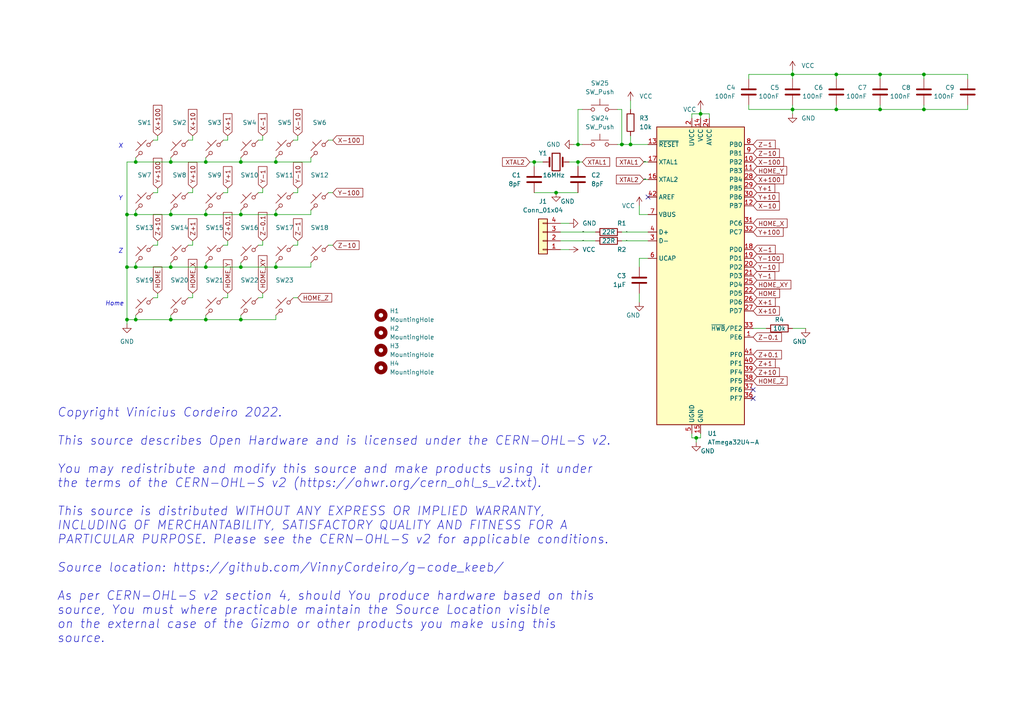
<source format=kicad_sch>
(kicad_sch (version 20211123) (generator eeschema)

  (uuid e63e39d7-6ac0-4ffd-8aa3-1841a4541b55)

  (paper "A4")

  (title_block
    (title "G-Code keeb")
    (date "2022-05-19")
    (rev "1")
  )

  (lib_symbols
    (symbol "Connector_Generic:Conn_01x04" (pin_names (offset 1.016) hide) (in_bom yes) (on_board yes)
      (property "Reference" "J" (id 0) (at 0 5.08 0)
        (effects (font (size 1.27 1.27)))
      )
      (property "Value" "Conn_01x04" (id 1) (at 0 -7.62 0)
        (effects (font (size 1.27 1.27)))
      )
      (property "Footprint" "" (id 2) (at 0 0 0)
        (effects (font (size 1.27 1.27)) hide)
      )
      (property "Datasheet" "~" (id 3) (at 0 0 0)
        (effects (font (size 1.27 1.27)) hide)
      )
      (property "ki_keywords" "connector" (id 4) (at 0 0 0)
        (effects (font (size 1.27 1.27)) hide)
      )
      (property "ki_description" "Generic connector, single row, 01x04, script generated (kicad-library-utils/schlib/autogen/connector/)" (id 5) (at 0 0 0)
        (effects (font (size 1.27 1.27)) hide)
      )
      (property "ki_fp_filters" "Connector*:*_1x??_*" (id 6) (at 0 0 0)
        (effects (font (size 1.27 1.27)) hide)
      )
      (symbol "Conn_01x04_1_1"
        (rectangle (start -1.27 -4.953) (end 0 -5.207)
          (stroke (width 0.1524) (type default) (color 0 0 0 0))
          (fill (type none))
        )
        (rectangle (start -1.27 -2.413) (end 0 -2.667)
          (stroke (width 0.1524) (type default) (color 0 0 0 0))
          (fill (type none))
        )
        (rectangle (start -1.27 0.127) (end 0 -0.127)
          (stroke (width 0.1524) (type default) (color 0 0 0 0))
          (fill (type none))
        )
        (rectangle (start -1.27 2.667) (end 0 2.413)
          (stroke (width 0.1524) (type default) (color 0 0 0 0))
          (fill (type none))
        )
        (rectangle (start -1.27 3.81) (end 1.27 -6.35)
          (stroke (width 0.254) (type default) (color 0 0 0 0))
          (fill (type background))
        )
        (pin passive line (at -5.08 2.54 0) (length 3.81)
          (name "Pin_1" (effects (font (size 1.27 1.27))))
          (number "1" (effects (font (size 1.27 1.27))))
        )
        (pin passive line (at -5.08 0 0) (length 3.81)
          (name "Pin_2" (effects (font (size 1.27 1.27))))
          (number "2" (effects (font (size 1.27 1.27))))
        )
        (pin passive line (at -5.08 -2.54 0) (length 3.81)
          (name "Pin_3" (effects (font (size 1.27 1.27))))
          (number "3" (effects (font (size 1.27 1.27))))
        )
        (pin passive line (at -5.08 -5.08 0) (length 3.81)
          (name "Pin_4" (effects (font (size 1.27 1.27))))
          (number "4" (effects (font (size 1.27 1.27))))
        )
      )
    )
    (symbol "Device:C" (pin_numbers hide) (pin_names (offset 0.254)) (in_bom yes) (on_board yes)
      (property "Reference" "C" (id 0) (at 0.635 2.54 0)
        (effects (font (size 1.27 1.27)) (justify left))
      )
      (property "Value" "C" (id 1) (at 0.635 -2.54 0)
        (effects (font (size 1.27 1.27)) (justify left))
      )
      (property "Footprint" "" (id 2) (at 0.9652 -3.81 0)
        (effects (font (size 1.27 1.27)) hide)
      )
      (property "Datasheet" "~" (id 3) (at 0 0 0)
        (effects (font (size 1.27 1.27)) hide)
      )
      (property "ki_keywords" "cap capacitor" (id 4) (at 0 0 0)
        (effects (font (size 1.27 1.27)) hide)
      )
      (property "ki_description" "Unpolarized capacitor" (id 5) (at 0 0 0)
        (effects (font (size 1.27 1.27)) hide)
      )
      (property "ki_fp_filters" "C_*" (id 6) (at 0 0 0)
        (effects (font (size 1.27 1.27)) hide)
      )
      (symbol "C_0_1"
        (polyline
          (pts
            (xy -2.032 -0.762)
            (xy 2.032 -0.762)
          )
          (stroke (width 0.508) (type default) (color 0 0 0 0))
          (fill (type none))
        )
        (polyline
          (pts
            (xy -2.032 0.762)
            (xy 2.032 0.762)
          )
          (stroke (width 0.508) (type default) (color 0 0 0 0))
          (fill (type none))
        )
      )
      (symbol "C_1_1"
        (pin passive line (at 0 3.81 270) (length 2.794)
          (name "~" (effects (font (size 1.27 1.27))))
          (number "1" (effects (font (size 1.27 1.27))))
        )
        (pin passive line (at 0 -3.81 90) (length 2.794)
          (name "~" (effects (font (size 1.27 1.27))))
          (number "2" (effects (font (size 1.27 1.27))))
        )
      )
    )
    (symbol "Device:Crystal" (pin_numbers hide) (pin_names (offset 1.016) hide) (in_bom yes) (on_board yes)
      (property "Reference" "Y" (id 0) (at 0 3.81 0)
        (effects (font (size 1.27 1.27)))
      )
      (property "Value" "Crystal" (id 1) (at 0 -3.81 0)
        (effects (font (size 1.27 1.27)))
      )
      (property "Footprint" "" (id 2) (at 0 0 0)
        (effects (font (size 1.27 1.27)) hide)
      )
      (property "Datasheet" "~" (id 3) (at 0 0 0)
        (effects (font (size 1.27 1.27)) hide)
      )
      (property "ki_keywords" "quartz ceramic resonator oscillator" (id 4) (at 0 0 0)
        (effects (font (size 1.27 1.27)) hide)
      )
      (property "ki_description" "Two pin crystal" (id 5) (at 0 0 0)
        (effects (font (size 1.27 1.27)) hide)
      )
      (property "ki_fp_filters" "Crystal*" (id 6) (at 0 0 0)
        (effects (font (size 1.27 1.27)) hide)
      )
      (symbol "Crystal_0_1"
        (rectangle (start -1.143 2.54) (end 1.143 -2.54)
          (stroke (width 0.3048) (type default) (color 0 0 0 0))
          (fill (type none))
        )
        (polyline
          (pts
            (xy -2.54 0)
            (xy -1.905 0)
          )
          (stroke (width 0) (type default) (color 0 0 0 0))
          (fill (type none))
        )
        (polyline
          (pts
            (xy -1.905 -1.27)
            (xy -1.905 1.27)
          )
          (stroke (width 0.508) (type default) (color 0 0 0 0))
          (fill (type none))
        )
        (polyline
          (pts
            (xy 1.905 -1.27)
            (xy 1.905 1.27)
          )
          (stroke (width 0.508) (type default) (color 0 0 0 0))
          (fill (type none))
        )
        (polyline
          (pts
            (xy 2.54 0)
            (xy 1.905 0)
          )
          (stroke (width 0) (type default) (color 0 0 0 0))
          (fill (type none))
        )
      )
      (symbol "Crystal_1_1"
        (pin passive line (at -3.81 0 0) (length 1.27)
          (name "1" (effects (font (size 1.27 1.27))))
          (number "1" (effects (font (size 1.27 1.27))))
        )
        (pin passive line (at 3.81 0 180) (length 1.27)
          (name "2" (effects (font (size 1.27 1.27))))
          (number "2" (effects (font (size 1.27 1.27))))
        )
      )
    )
    (symbol "Device:R" (pin_numbers hide) (pin_names (offset 0)) (in_bom yes) (on_board yes)
      (property "Reference" "R" (id 0) (at 2.032 0 90)
        (effects (font (size 1.27 1.27)))
      )
      (property "Value" "R" (id 1) (at 0 0 90)
        (effects (font (size 1.27 1.27)))
      )
      (property "Footprint" "" (id 2) (at -1.778 0 90)
        (effects (font (size 1.27 1.27)) hide)
      )
      (property "Datasheet" "~" (id 3) (at 0 0 0)
        (effects (font (size 1.27 1.27)) hide)
      )
      (property "ki_keywords" "R res resistor" (id 4) (at 0 0 0)
        (effects (font (size 1.27 1.27)) hide)
      )
      (property "ki_description" "Resistor" (id 5) (at 0 0 0)
        (effects (font (size 1.27 1.27)) hide)
      )
      (property "ki_fp_filters" "R_*" (id 6) (at 0 0 0)
        (effects (font (size 1.27 1.27)) hide)
      )
      (symbol "R_0_1"
        (rectangle (start -1.016 -2.54) (end 1.016 2.54)
          (stroke (width 0.254) (type default) (color 0 0 0 0))
          (fill (type none))
        )
      )
      (symbol "R_1_1"
        (pin passive line (at 0 3.81 270) (length 1.27)
          (name "~" (effects (font (size 1.27 1.27))))
          (number "1" (effects (font (size 1.27 1.27))))
        )
        (pin passive line (at 0 -3.81 90) (length 1.27)
          (name "~" (effects (font (size 1.27 1.27))))
          (number "2" (effects (font (size 1.27 1.27))))
        )
      )
    )
    (symbol "MCU_Microchip_ATmega:ATmega32U4-A" (in_bom yes) (on_board yes)
      (property "Reference" "U" (id 0) (at -12.7 44.45 0)
        (effects (font (size 1.27 1.27)) (justify left bottom))
      )
      (property "Value" "ATmega32U4-A" (id 1) (at 2.54 -44.45 0)
        (effects (font (size 1.27 1.27)) (justify left top))
      )
      (property "Footprint" "Package_QFP:TQFP-44_10x10mm_P0.8mm" (id 2) (at 0 0 0)
        (effects (font (size 1.27 1.27) italic) hide)
      )
      (property "Datasheet" "http://ww1.microchip.com/downloads/en/DeviceDoc/Atmel-7766-8-bit-AVR-ATmega16U4-32U4_Datasheet.pdf" (id 3) (at 0 0 0)
        (effects (font (size 1.27 1.27)) hide)
      )
      (property "ki_keywords" "AVR 8bit Microcontroller MegaAVR USB" (id 4) (at 0 0 0)
        (effects (font (size 1.27 1.27)) hide)
      )
      (property "ki_description" "16MHz, 32kB Flash, 2.5kB SRAM, 1kB EEPROM, USB 2.0, TQFP-44" (id 5) (at 0 0 0)
        (effects (font (size 1.27 1.27)) hide)
      )
      (property "ki_fp_filters" "TQFP*10x10mm*P0.8mm*" (id 6) (at 0 0 0)
        (effects (font (size 1.27 1.27)) hide)
      )
      (symbol "ATmega32U4-A_0_1"
        (rectangle (start -12.7 -43.18) (end 12.7 43.18)
          (stroke (width 0.254) (type default) (color 0 0 0 0))
          (fill (type background))
        )
      )
      (symbol "ATmega32U4-A_1_1"
        (pin bidirectional line (at 15.24 -17.78 180) (length 2.54)
          (name "PE6" (effects (font (size 1.27 1.27))))
          (number "1" (effects (font (size 1.27 1.27))))
        )
        (pin bidirectional line (at 15.24 33.02 180) (length 2.54)
          (name "PB2" (effects (font (size 1.27 1.27))))
          (number "10" (effects (font (size 1.27 1.27))))
        )
        (pin bidirectional line (at 15.24 30.48 180) (length 2.54)
          (name "PB3" (effects (font (size 1.27 1.27))))
          (number "11" (effects (font (size 1.27 1.27))))
        )
        (pin bidirectional line (at 15.24 20.32 180) (length 2.54)
          (name "PB7" (effects (font (size 1.27 1.27))))
          (number "12" (effects (font (size 1.27 1.27))))
        )
        (pin input line (at -15.24 38.1 0) (length 2.54)
          (name "~{RESET}" (effects (font (size 1.27 1.27))))
          (number "13" (effects (font (size 1.27 1.27))))
        )
        (pin power_in line (at 0 45.72 270) (length 2.54)
          (name "VCC" (effects (font (size 1.27 1.27))))
          (number "14" (effects (font (size 1.27 1.27))))
        )
        (pin power_in line (at 0 -45.72 90) (length 2.54)
          (name "GND" (effects (font (size 1.27 1.27))))
          (number "15" (effects (font (size 1.27 1.27))))
        )
        (pin output line (at -15.24 27.94 0) (length 2.54)
          (name "XTAL2" (effects (font (size 1.27 1.27))))
          (number "16" (effects (font (size 1.27 1.27))))
        )
        (pin input line (at -15.24 33.02 0) (length 2.54)
          (name "XTAL1" (effects (font (size 1.27 1.27))))
          (number "17" (effects (font (size 1.27 1.27))))
        )
        (pin bidirectional line (at 15.24 7.62 180) (length 2.54)
          (name "PD0" (effects (font (size 1.27 1.27))))
          (number "18" (effects (font (size 1.27 1.27))))
        )
        (pin bidirectional line (at 15.24 5.08 180) (length 2.54)
          (name "PD1" (effects (font (size 1.27 1.27))))
          (number "19" (effects (font (size 1.27 1.27))))
        )
        (pin power_in line (at -2.54 45.72 270) (length 2.54)
          (name "UVCC" (effects (font (size 1.27 1.27))))
          (number "2" (effects (font (size 1.27 1.27))))
        )
        (pin bidirectional line (at 15.24 2.54 180) (length 2.54)
          (name "PD2" (effects (font (size 1.27 1.27))))
          (number "20" (effects (font (size 1.27 1.27))))
        )
        (pin bidirectional line (at 15.24 0 180) (length 2.54)
          (name "PD3" (effects (font (size 1.27 1.27))))
          (number "21" (effects (font (size 1.27 1.27))))
        )
        (pin bidirectional line (at 15.24 -5.08 180) (length 2.54)
          (name "PD5" (effects (font (size 1.27 1.27))))
          (number "22" (effects (font (size 1.27 1.27))))
        )
        (pin passive line (at 0 -45.72 90) (length 2.54) hide
          (name "GND" (effects (font (size 1.27 1.27))))
          (number "23" (effects (font (size 1.27 1.27))))
        )
        (pin power_in line (at 2.54 45.72 270) (length 2.54)
          (name "AVCC" (effects (font (size 1.27 1.27))))
          (number "24" (effects (font (size 1.27 1.27))))
        )
        (pin bidirectional line (at 15.24 -2.54 180) (length 2.54)
          (name "PD4" (effects (font (size 1.27 1.27))))
          (number "25" (effects (font (size 1.27 1.27))))
        )
        (pin bidirectional line (at 15.24 -7.62 180) (length 2.54)
          (name "PD6" (effects (font (size 1.27 1.27))))
          (number "26" (effects (font (size 1.27 1.27))))
        )
        (pin bidirectional line (at 15.24 -10.16 180) (length 2.54)
          (name "PD7" (effects (font (size 1.27 1.27))))
          (number "27" (effects (font (size 1.27 1.27))))
        )
        (pin bidirectional line (at 15.24 27.94 180) (length 2.54)
          (name "PB4" (effects (font (size 1.27 1.27))))
          (number "28" (effects (font (size 1.27 1.27))))
        )
        (pin bidirectional line (at 15.24 25.4 180) (length 2.54)
          (name "PB5" (effects (font (size 1.27 1.27))))
          (number "29" (effects (font (size 1.27 1.27))))
        )
        (pin bidirectional line (at -15.24 10.16 0) (length 2.54)
          (name "D-" (effects (font (size 1.27 1.27))))
          (number "3" (effects (font (size 1.27 1.27))))
        )
        (pin bidirectional line (at 15.24 22.86 180) (length 2.54)
          (name "PB6" (effects (font (size 1.27 1.27))))
          (number "30" (effects (font (size 1.27 1.27))))
        )
        (pin bidirectional line (at 15.24 15.24 180) (length 2.54)
          (name "PC6" (effects (font (size 1.27 1.27))))
          (number "31" (effects (font (size 1.27 1.27))))
        )
        (pin bidirectional line (at 15.24 12.7 180) (length 2.54)
          (name "PC7" (effects (font (size 1.27 1.27))))
          (number "32" (effects (font (size 1.27 1.27))))
        )
        (pin bidirectional line (at 15.24 -15.24 180) (length 2.54)
          (name "~{HWB}/PE2" (effects (font (size 1.27 1.27))))
          (number "33" (effects (font (size 1.27 1.27))))
        )
        (pin passive line (at 0 45.72 270) (length 2.54) hide
          (name "VCC" (effects (font (size 1.27 1.27))))
          (number "34" (effects (font (size 1.27 1.27))))
        )
        (pin passive line (at 0 -45.72 90) (length 2.54) hide
          (name "GND" (effects (font (size 1.27 1.27))))
          (number "35" (effects (font (size 1.27 1.27))))
        )
        (pin bidirectional line (at 15.24 -35.56 180) (length 2.54)
          (name "PF7" (effects (font (size 1.27 1.27))))
          (number "36" (effects (font (size 1.27 1.27))))
        )
        (pin bidirectional line (at 15.24 -33.02 180) (length 2.54)
          (name "PF6" (effects (font (size 1.27 1.27))))
          (number "37" (effects (font (size 1.27 1.27))))
        )
        (pin bidirectional line (at 15.24 -30.48 180) (length 2.54)
          (name "PF5" (effects (font (size 1.27 1.27))))
          (number "38" (effects (font (size 1.27 1.27))))
        )
        (pin bidirectional line (at 15.24 -27.94 180) (length 2.54)
          (name "PF4" (effects (font (size 1.27 1.27))))
          (number "39" (effects (font (size 1.27 1.27))))
        )
        (pin bidirectional line (at -15.24 12.7 0) (length 2.54)
          (name "D+" (effects (font (size 1.27 1.27))))
          (number "4" (effects (font (size 1.27 1.27))))
        )
        (pin bidirectional line (at 15.24 -25.4 180) (length 2.54)
          (name "PF1" (effects (font (size 1.27 1.27))))
          (number "40" (effects (font (size 1.27 1.27))))
        )
        (pin bidirectional line (at 15.24 -22.86 180) (length 2.54)
          (name "PF0" (effects (font (size 1.27 1.27))))
          (number "41" (effects (font (size 1.27 1.27))))
        )
        (pin passive line (at -15.24 22.86 0) (length 2.54)
          (name "AREF" (effects (font (size 1.27 1.27))))
          (number "42" (effects (font (size 1.27 1.27))))
        )
        (pin passive line (at 0 -45.72 90) (length 2.54) hide
          (name "GND" (effects (font (size 1.27 1.27))))
          (number "43" (effects (font (size 1.27 1.27))))
        )
        (pin passive line (at 2.54 45.72 270) (length 2.54) hide
          (name "AVCC" (effects (font (size 1.27 1.27))))
          (number "44" (effects (font (size 1.27 1.27))))
        )
        (pin passive line (at -2.54 -45.72 90) (length 2.54)
          (name "UGND" (effects (font (size 1.27 1.27))))
          (number "5" (effects (font (size 1.27 1.27))))
        )
        (pin passive line (at -15.24 5.08 0) (length 2.54)
          (name "UCAP" (effects (font (size 1.27 1.27))))
          (number "6" (effects (font (size 1.27 1.27))))
        )
        (pin input line (at -15.24 17.78 0) (length 2.54)
          (name "VBUS" (effects (font (size 1.27 1.27))))
          (number "7" (effects (font (size 1.27 1.27))))
        )
        (pin bidirectional line (at 15.24 38.1 180) (length 2.54)
          (name "PB0" (effects (font (size 1.27 1.27))))
          (number "8" (effects (font (size 1.27 1.27))))
        )
        (pin bidirectional line (at 15.24 35.56 180) (length 2.54)
          (name "PB1" (effects (font (size 1.27 1.27))))
          (number "9" (effects (font (size 1.27 1.27))))
        )
      )
    )
    (symbol "Mechanical:MountingHole" (pin_names (offset 1.016)) (in_bom yes) (on_board yes)
      (property "Reference" "H" (id 0) (at 0 5.08 0)
        (effects (font (size 1.27 1.27)))
      )
      (property "Value" "MountingHole" (id 1) (at 0 3.175 0)
        (effects (font (size 1.27 1.27)))
      )
      (property "Footprint" "" (id 2) (at 0 0 0)
        (effects (font (size 1.27 1.27)) hide)
      )
      (property "Datasheet" "~" (id 3) (at 0 0 0)
        (effects (font (size 1.27 1.27)) hide)
      )
      (property "ki_keywords" "mounting hole" (id 4) (at 0 0 0)
        (effects (font (size 1.27 1.27)) hide)
      )
      (property "ki_description" "Mounting Hole without connection" (id 5) (at 0 0 0)
        (effects (font (size 1.27 1.27)) hide)
      )
      (property "ki_fp_filters" "MountingHole*" (id 6) (at 0 0 0)
        (effects (font (size 1.27 1.27)) hide)
      )
      (symbol "MountingHole_0_1"
        (circle (center 0 0) (radius 1.27)
          (stroke (width 1.27) (type default) (color 0 0 0 0))
          (fill (type none))
        )
      )
    )
    (symbol "Switch:SW_Push" (pin_numbers hide) (pin_names (offset 1.016) hide) (in_bom yes) (on_board yes)
      (property "Reference" "SW" (id 0) (at 1.27 2.54 0)
        (effects (font (size 1.27 1.27)) (justify left))
      )
      (property "Value" "SW_Push" (id 1) (at 0 -1.524 0)
        (effects (font (size 1.27 1.27)))
      )
      (property "Footprint" "" (id 2) (at 0 5.08 0)
        (effects (font (size 1.27 1.27)) hide)
      )
      (property "Datasheet" "~" (id 3) (at 0 5.08 0)
        (effects (font (size 1.27 1.27)) hide)
      )
      (property "ki_keywords" "switch normally-open pushbutton push-button" (id 4) (at 0 0 0)
        (effects (font (size 1.27 1.27)) hide)
      )
      (property "ki_description" "Push button switch, generic, two pins" (id 5) (at 0 0 0)
        (effects (font (size 1.27 1.27)) hide)
      )
      (symbol "SW_Push_0_1"
        (circle (center -2.032 0) (radius 0.508)
          (stroke (width 0) (type default) (color 0 0 0 0))
          (fill (type none))
        )
        (polyline
          (pts
            (xy 0 1.27)
            (xy 0 3.048)
          )
          (stroke (width 0) (type default) (color 0 0 0 0))
          (fill (type none))
        )
        (polyline
          (pts
            (xy 2.54 1.27)
            (xy -2.54 1.27)
          )
          (stroke (width 0) (type default) (color 0 0 0 0))
          (fill (type none))
        )
        (circle (center 2.032 0) (radius 0.508)
          (stroke (width 0) (type default) (color 0 0 0 0))
          (fill (type none))
        )
        (pin passive line (at -5.08 0 0) (length 2.54)
          (name "1" (effects (font (size 1.27 1.27))))
          (number "1" (effects (font (size 1.27 1.27))))
        )
        (pin passive line (at 5.08 0 180) (length 2.54)
          (name "2" (effects (font (size 1.27 1.27))))
          (number "2" (effects (font (size 1.27 1.27))))
        )
      )
    )
    (symbol "Switch:SW_Push_45deg" (pin_numbers hide) (pin_names (offset 1.016) hide) (in_bom yes) (on_board yes)
      (property "Reference" "SW" (id 0) (at 3.048 1.016 0)
        (effects (font (size 1.27 1.27)) (justify left))
      )
      (property "Value" "SW_Push_45deg" (id 1) (at 0 -3.81 0)
        (effects (font (size 1.27 1.27)))
      )
      (property "Footprint" "" (id 2) (at 0 0 0)
        (effects (font (size 1.27 1.27)) hide)
      )
      (property "Datasheet" "~" (id 3) (at 0 0 0)
        (effects (font (size 1.27 1.27)) hide)
      )
      (property "ki_keywords" "switch normally-open pushbutton push-button" (id 4) (at 0 0 0)
        (effects (font (size 1.27 1.27)) hide)
      )
      (property "ki_description" "Push button switch, normally open, two pins, 45° tilted" (id 5) (at 0 0 0)
        (effects (font (size 1.27 1.27)) hide)
      )
      (symbol "SW_Push_45deg_0_1"
        (circle (center -1.1684 1.1684) (radius 0.508)
          (stroke (width 0) (type default) (color 0 0 0 0))
          (fill (type none))
        )
        (polyline
          (pts
            (xy -0.508 2.54)
            (xy 2.54 -0.508)
          )
          (stroke (width 0) (type default) (color 0 0 0 0))
          (fill (type none))
        )
        (polyline
          (pts
            (xy 1.016 1.016)
            (xy 2.032 2.032)
          )
          (stroke (width 0) (type default) (color 0 0 0 0))
          (fill (type none))
        )
        (polyline
          (pts
            (xy -2.54 2.54)
            (xy -1.524 1.524)
            (xy -1.524 1.524)
          )
          (stroke (width 0) (type default) (color 0 0 0 0))
          (fill (type none))
        )
        (polyline
          (pts
            (xy 1.524 -1.524)
            (xy 2.54 -2.54)
            (xy 2.54 -2.54)
            (xy 2.54 -2.54)
          )
          (stroke (width 0) (type default) (color 0 0 0 0))
          (fill (type none))
        )
        (circle (center 1.143 -1.1938) (radius 0.508)
          (stroke (width 0) (type default) (color 0 0 0 0))
          (fill (type none))
        )
        (pin passive line (at -2.54 2.54 0) (length 0)
          (name "1" (effects (font (size 1.27 1.27))))
          (number "1" (effects (font (size 1.27 1.27))))
        )
        (pin passive line (at 2.54 -2.54 180) (length 0)
          (name "2" (effects (font (size 1.27 1.27))))
          (number "2" (effects (font (size 1.27 1.27))))
        )
      )
    )
    (symbol "power:GND" (power) (pin_names (offset 0)) (in_bom yes) (on_board yes)
      (property "Reference" "#PWR" (id 0) (at 0 -6.35 0)
        (effects (font (size 1.27 1.27)) hide)
      )
      (property "Value" "GND" (id 1) (at 0 -3.81 0)
        (effects (font (size 1.27 1.27)))
      )
      (property "Footprint" "" (id 2) (at 0 0 0)
        (effects (font (size 1.27 1.27)) hide)
      )
      (property "Datasheet" "" (id 3) (at 0 0 0)
        (effects (font (size 1.27 1.27)) hide)
      )
      (property "ki_keywords" "power-flag" (id 4) (at 0 0 0)
        (effects (font (size 1.27 1.27)) hide)
      )
      (property "ki_description" "Power symbol creates a global label with name \"GND\" , ground" (id 5) (at 0 0 0)
        (effects (font (size 1.27 1.27)) hide)
      )
      (symbol "GND_0_1"
        (polyline
          (pts
            (xy 0 0)
            (xy 0 -1.27)
            (xy 1.27 -1.27)
            (xy 0 -2.54)
            (xy -1.27 -1.27)
            (xy 0 -1.27)
          )
          (stroke (width 0) (type default) (color 0 0 0 0))
          (fill (type none))
        )
      )
      (symbol "GND_1_1"
        (pin power_in line (at 0 0 270) (length 0) hide
          (name "GND" (effects (font (size 1.27 1.27))))
          (number "1" (effects (font (size 1.27 1.27))))
        )
      )
    )
    (symbol "power:VCC" (power) (pin_names (offset 0)) (in_bom yes) (on_board yes)
      (property "Reference" "#PWR" (id 0) (at 0 -3.81 0)
        (effects (font (size 1.27 1.27)) hide)
      )
      (property "Value" "VCC" (id 1) (at 0 3.81 0)
        (effects (font (size 1.27 1.27)))
      )
      (property "Footprint" "" (id 2) (at 0 0 0)
        (effects (font (size 1.27 1.27)) hide)
      )
      (property "Datasheet" "" (id 3) (at 0 0 0)
        (effects (font (size 1.27 1.27)) hide)
      )
      (property "ki_keywords" "power-flag" (id 4) (at 0 0 0)
        (effects (font (size 1.27 1.27)) hide)
      )
      (property "ki_description" "Power symbol creates a global label with name \"VCC\"" (id 5) (at 0 0 0)
        (effects (font (size 1.27 1.27)) hide)
      )
      (symbol "VCC_0_1"
        (polyline
          (pts
            (xy -0.762 1.27)
            (xy 0 2.54)
          )
          (stroke (width 0) (type default) (color 0 0 0 0))
          (fill (type none))
        )
        (polyline
          (pts
            (xy 0 0)
            (xy 0 2.54)
          )
          (stroke (width 0) (type default) (color 0 0 0 0))
          (fill (type none))
        )
        (polyline
          (pts
            (xy 0 2.54)
            (xy 0.762 1.27)
          )
          (stroke (width 0) (type default) (color 0 0 0 0))
          (fill (type none))
        )
      )
      (symbol "VCC_1_1"
        (pin power_in line (at 0 0 90) (length 0) hide
          (name "VCC" (effects (font (size 1.27 1.27))))
          (number "1" (effects (font (size 1.27 1.27))))
        )
      )
    )
  )

  (junction (at 69.85 77.47) (diameter 0) (color 0 0 0 0)
    (uuid 091bc32a-5b5e-4aa8-bc5a-2ae1b1ce1be2)
  )
  (junction (at 59.69 46.99) (diameter 0) (color 0 0 0 0)
    (uuid 0bf99872-2673-4717-8edf-55d839e3bf8e)
  )
  (junction (at 167.64 41.91) (diameter 0) (color 0 0 0 0)
    (uuid 0ccea004-159c-4140-b5bd-f9753bf6d9f0)
  )
  (junction (at 39.37 77.47) (diameter 0) (color 0 0 0 0)
    (uuid 0fea036e-0050-4dc7-9f92-9d1cf6ef5ed7)
  )
  (junction (at 242.57 21.59) (diameter 0) (color 0 0 0 0)
    (uuid 19cb8bc2-0e8a-473f-90db-39958d44967b)
  )
  (junction (at 49.53 62.23) (diameter 0) (color 0 0 0 0)
    (uuid 1b155261-2bb2-48a0-b308-bced7058f430)
  )
  (junction (at 255.27 31.75) (diameter 0) (color 0 0 0 0)
    (uuid 3113e2b5-38ee-4765-bc09-d6b0e6e814d5)
  )
  (junction (at 59.69 62.23) (diameter 0) (color 0 0 0 0)
    (uuid 354c0dea-0230-4d67-9ef7-01ab0f68df6a)
  )
  (junction (at 201.93 127) (diameter 0) (color 0 0 0 0)
    (uuid 36798b4b-0abf-423d-a82e-bdcb7b025baa)
  )
  (junction (at 267.97 31.75) (diameter 0) (color 0 0 0 0)
    (uuid 3df3fa5c-dfa0-471e-a2a5-d963c7b24b7f)
  )
  (junction (at 229.87 31.75) (diameter 0) (color 0 0 0 0)
    (uuid 44515581-60d1-4d7e-84b7-5e2d3b1bf05c)
  )
  (junction (at 182.88 41.91) (diameter 0) (color 0 0 0 0)
    (uuid 523e5693-1a26-4ef6-b7ed-b93c680614f1)
  )
  (junction (at 69.85 62.23) (diameter 0) (color 0 0 0 0)
    (uuid 52bfaaf1-39fb-425f-9c3f-4d1a5ac7bf15)
  )
  (junction (at 36.83 92.71) (diameter 0) (color 0 0 0 0)
    (uuid 66a70357-4353-428a-af71-6e9fa56ec543)
  )
  (junction (at 39.37 62.23) (diameter 0) (color 0 0 0 0)
    (uuid 690ce19f-a6f0-4782-86ec-7cdc7de5cfdc)
  )
  (junction (at 69.85 46.99) (diameter 0) (color 0 0 0 0)
    (uuid 720f76d5-1a55-4c3f-99d2-9cd006188fd8)
  )
  (junction (at 80.01 62.23) (diameter 0) (color 0 0 0 0)
    (uuid 74eb4737-44fc-4c65-a53e-e28b2ae883c6)
  )
  (junction (at 49.53 46.99) (diameter 0) (color 0 0 0 0)
    (uuid 7531f555-a9e4-4c25-a436-f3760e832ce1)
  )
  (junction (at 39.37 92.71) (diameter 0) (color 0 0 0 0)
    (uuid 772a995e-560e-431a-a777-2b2594f606de)
  )
  (junction (at 80.01 77.47) (diameter 0) (color 0 0 0 0)
    (uuid 787c29f9-1dc1-47a0-a5ec-b9b4be77acc7)
  )
  (junction (at 39.37 46.99) (diameter 0) (color 0 0 0 0)
    (uuid 79b8a9ca-8152-4f73-999b-f8330a6294f9)
  )
  (junction (at 59.69 92.71) (diameter 0) (color 0 0 0 0)
    (uuid 88112238-bfc7-471b-af14-40dc324c2927)
  )
  (junction (at 267.97 21.59) (diameter 0) (color 0 0 0 0)
    (uuid 8cf3a5ac-f667-48ae-adf3-491c645a5f4f)
  )
  (junction (at 59.69 77.47) (diameter 0) (color 0 0 0 0)
    (uuid 91af72e5-8c39-4ed8-ac5b-1b8a44717a26)
  )
  (junction (at 154.94 46.99) (diameter 0) (color 0 0 0 0)
    (uuid 94db46eb-e7a9-4bfa-a008-44c3bf292f3f)
  )
  (junction (at 180.34 41.91) (diameter 0) (color 0 0 0 0)
    (uuid a57a044f-1e0a-4f57-b98f-7a871f824575)
  )
  (junction (at 80.01 46.99) (diameter 0) (color 0 0 0 0)
    (uuid ac9e953e-3389-4475-87bd-527ed18a01bc)
  )
  (junction (at 36.83 62.23) (diameter 0) (color 0 0 0 0)
    (uuid b76a7a2c-fb56-484c-ba25-699e73e3c85c)
  )
  (junction (at 167.64 46.99) (diameter 0) (color 0 0 0 0)
    (uuid bdb54e10-ed4a-4c73-b5b1-aa04dd2768f8)
  )
  (junction (at 36.83 77.47) (diameter 0) (color 0 0 0 0)
    (uuid c15ffe7c-1d0c-4891-9133-59a78d725bc0)
  )
  (junction (at 69.85 92.71) (diameter 0) (color 0 0 0 0)
    (uuid c9cd03ce-0acd-4c89-b5dc-3e3497ec9525)
  )
  (junction (at 161.29 55.88) (diameter 0) (color 0 0 0 0)
    (uuid ca14a313-a97d-416b-8f36-f469846a06d5)
  )
  (junction (at 255.27 21.59) (diameter 0) (color 0 0 0 0)
    (uuid cfcc1be4-58b6-442e-a981-375bed4a7168)
  )
  (junction (at 203.2 33.02) (diameter 0) (color 0 0 0 0)
    (uuid ddc39bab-5591-4b93-a1b8-914d2a24b4f9)
  )
  (junction (at 49.53 92.71) (diameter 0) (color 0 0 0 0)
    (uuid def20c8a-6f2c-4fb5-ad3d-f24f5f1c0123)
  )
  (junction (at 242.57 31.75) (diameter 0) (color 0 0 0 0)
    (uuid eebbabf3-88c2-47a8-83cc-e5a5cc864114)
  )
  (junction (at 229.87 21.59) (diameter 0) (color 0 0 0 0)
    (uuid fb601bf3-fb51-4903-bf49-a969c556e557)
  )
  (junction (at 49.53 77.47) (diameter 0) (color 0 0 0 0)
    (uuid fd50e7af-3214-4c15-b588-3d8eb21338eb)
  )

  (no_connect (at 218.44 113.03) (uuid 40c31842-f602-4408-b8d1-ee3550d6d805))
  (no_connect (at 218.44 115.57) (uuid 40c31842-f602-4408-b8d1-ee3550d6d806))
  (no_connect (at 187.96 57.15) (uuid d2be12ad-4154-4f70-9d98-0de22de0df78))

  (wire (pts (xy 229.87 30.48) (xy 229.87 31.75))
    (stroke (width 0) (type default) (color 0 0 0 0))
    (uuid 02d05f2e-b1c3-4b9f-b1e9-c886382fd3af)
  )
  (wire (pts (xy 49.53 92.71) (xy 39.37 92.71))
    (stroke (width 0) (type default) (color 0 0 0 0))
    (uuid 02fee0d7-b220-4e59-af5d-d8e59c0b9904)
  )
  (wire (pts (xy 80.01 60.96) (xy 80.01 62.23))
    (stroke (width 0) (type default) (color 0 0 0 0))
    (uuid 0526d980-b164-4982-8b77-4d5f42b04442)
  )
  (wire (pts (xy 66.04 55.88) (xy 64.77 55.88))
    (stroke (width 0) (type default) (color 0 0 0 0))
    (uuid 05acc902-268b-45cc-adf6-879673862219)
  )
  (wire (pts (xy 280.67 22.86) (xy 280.67 21.59))
    (stroke (width 0) (type default) (color 0 0 0 0))
    (uuid 0813da42-b868-4323-9032-68cd94270b25)
  )
  (wire (pts (xy 86.36 39.37) (xy 86.36 40.64))
    (stroke (width 0) (type default) (color 0 0 0 0))
    (uuid 08903cae-5aa6-4008-93fc-fa106be4ef53)
  )
  (wire (pts (xy 66.04 85.09) (xy 66.04 86.36))
    (stroke (width 0) (type default) (color 0 0 0 0))
    (uuid 0a4e7543-a23d-4b23-b698-61aea303c009)
  )
  (wire (pts (xy 242.57 31.75) (xy 229.87 31.75))
    (stroke (width 0) (type default) (color 0 0 0 0))
    (uuid 0a580107-a6d8-44ac-a2c1-a546def42dde)
  )
  (wire (pts (xy 90.17 60.96) (xy 90.17 62.23))
    (stroke (width 0) (type default) (color 0 0 0 0))
    (uuid 0b725265-f55c-4397-8a4f-98c03f5a11f2)
  )
  (wire (pts (xy 162.56 67.31) (xy 172.72 67.31))
    (stroke (width 0) (type default) (color 0 0 0 0))
    (uuid 11e84562-4168-4539-b124-fa62cefd6023)
  )
  (wire (pts (xy 55.88 69.85) (xy 55.88 71.12))
    (stroke (width 0) (type default) (color 0 0 0 0))
    (uuid 12b61bc6-e60a-4d58-b1c0-8eaa7d834051)
  )
  (wire (pts (xy 185.42 74.93) (xy 185.42 77.47))
    (stroke (width 0) (type default) (color 0 0 0 0))
    (uuid 13265155-127e-46df-bd61-7c178b8f989e)
  )
  (wire (pts (xy 217.17 21.59) (xy 229.87 21.59))
    (stroke (width 0) (type default) (color 0 0 0 0))
    (uuid 143a91ed-c010-4ccb-a864-a7b6ff72e966)
  )
  (wire (pts (xy 80.01 62.23) (xy 69.85 62.23))
    (stroke (width 0) (type default) (color 0 0 0 0))
    (uuid 19e10ca1-1c32-4b9a-bd53-81938d54a232)
  )
  (wire (pts (xy 90.17 77.47) (xy 80.01 77.47))
    (stroke (width 0) (type default) (color 0 0 0 0))
    (uuid 1abad5cc-ec41-4b3a-824d-9e4be9adc174)
  )
  (wire (pts (xy 86.36 69.85) (xy 86.36 71.12))
    (stroke (width 0) (type default) (color 0 0 0 0))
    (uuid 1c4c3ff9-a27c-44fe-8969-08c532342847)
  )
  (wire (pts (xy 280.67 31.75) (xy 267.97 31.75))
    (stroke (width 0) (type default) (color 0 0 0 0))
    (uuid 1d450994-a44b-47c8-8dc7-6b2f83ece689)
  )
  (wire (pts (xy 229.87 95.25) (xy 233.68 95.25))
    (stroke (width 0) (type default) (color 0 0 0 0))
    (uuid 1f9e8796-03f3-415e-b7de-3e050e7c8a8d)
  )
  (wire (pts (xy 55.88 85.09) (xy 55.88 86.36))
    (stroke (width 0) (type default) (color 0 0 0 0))
    (uuid 228c259d-9d9c-43c4-b608-a01e4c300d0a)
  )
  (wire (pts (xy 157.48 46.99) (xy 154.94 46.99))
    (stroke (width 0) (type default) (color 0 0 0 0))
    (uuid 256aaab9-622e-4c24-b9fd-05a1a01dd2cf)
  )
  (wire (pts (xy 66.04 86.36) (xy 64.77 86.36))
    (stroke (width 0) (type default) (color 0 0 0 0))
    (uuid 266808ca-ee10-403b-81f4-e3d645e0d6bf)
  )
  (wire (pts (xy 185.42 85.09) (xy 185.42 87.63))
    (stroke (width 0) (type default) (color 0 0 0 0))
    (uuid 28d29783-9793-4165-8bbe-f332a0e00dfa)
  )
  (wire (pts (xy 39.37 76.2) (xy 39.37 77.47))
    (stroke (width 0) (type default) (color 0 0 0 0))
    (uuid 297bad40-e53b-4d97-92b1-2872811c29bb)
  )
  (wire (pts (xy 45.72 40.64) (xy 44.45 40.64))
    (stroke (width 0) (type default) (color 0 0 0 0))
    (uuid 2b26a066-60b2-4043-a61e-c9a0294164b5)
  )
  (wire (pts (xy 186.69 52.07) (xy 187.96 52.07))
    (stroke (width 0) (type default) (color 0 0 0 0))
    (uuid 302ce8d8-fad8-4e86-ae09-959aa671fce0)
  )
  (wire (pts (xy 90.17 76.2) (xy 90.17 77.47))
    (stroke (width 0) (type default) (color 0 0 0 0))
    (uuid 306cdc22-159b-449b-8b7d-98fb3f815125)
  )
  (wire (pts (xy 187.96 74.93) (xy 185.42 74.93))
    (stroke (width 0) (type default) (color 0 0 0 0))
    (uuid 31035e37-b348-4994-8c88-b20d070d4fb1)
  )
  (wire (pts (xy 267.97 31.75) (xy 255.27 31.75))
    (stroke (width 0) (type default) (color 0 0 0 0))
    (uuid 326b0b80-5b1a-4df6-a10e-c52d38a5fcf8)
  )
  (wire (pts (xy 180.34 31.75) (xy 180.34 41.91))
    (stroke (width 0) (type default) (color 0 0 0 0))
    (uuid 3292aeac-3252-4f8c-bd26-e21f54d3d5b1)
  )
  (wire (pts (xy 162.56 69.85) (xy 172.72 69.85))
    (stroke (width 0) (type default) (color 0 0 0 0))
    (uuid 32a61f56-19af-4966-89cf-c728af5eec2b)
  )
  (wire (pts (xy 180.34 67.31) (xy 187.96 67.31))
    (stroke (width 0) (type default) (color 0 0 0 0))
    (uuid 3310aaa3-56b7-43c8-949e-38742d6195df)
  )
  (wire (pts (xy 182.88 41.91) (xy 187.96 41.91))
    (stroke (width 0) (type default) (color 0 0 0 0))
    (uuid 33aa4306-27d6-4090-96fe-2e0a2a713e0b)
  )
  (wire (pts (xy 255.27 30.48) (xy 255.27 31.75))
    (stroke (width 0) (type default) (color 0 0 0 0))
    (uuid 33ef4c83-5ce4-4ed9-8c5f-b04b8200e633)
  )
  (wire (pts (xy 95.25 40.64) (xy 96.52 40.64))
    (stroke (width 0) (type default) (color 0 0 0 0))
    (uuid 36585024-ea75-458d-8644-f837d8c5d11f)
  )
  (wire (pts (xy 267.97 21.59) (xy 255.27 21.59))
    (stroke (width 0) (type default) (color 0 0 0 0))
    (uuid 38d1ee1a-c22a-4ded-86de-1da630ee40cc)
  )
  (wire (pts (xy 203.2 125.73) (xy 203.2 127))
    (stroke (width 0) (type default) (color 0 0 0 0))
    (uuid 3c7d7657-59e3-4a11-b2da-32fc8309356f)
  )
  (wire (pts (xy 167.64 41.91) (xy 166.37 41.91))
    (stroke (width 0) (type default) (color 0 0 0 0))
    (uuid 3e23ff80-976e-481f-b649-d3b6afc29a05)
  )
  (wire (pts (xy 242.57 30.48) (xy 242.57 31.75))
    (stroke (width 0) (type default) (color 0 0 0 0))
    (uuid 3eb7eef3-d268-4e1d-abf8-ac6ac6730a9b)
  )
  (wire (pts (xy 45.72 85.09) (xy 45.72 86.36))
    (stroke (width 0) (type default) (color 0 0 0 0))
    (uuid 408736ae-9ac6-47b2-8da2-30a89728fea7)
  )
  (wire (pts (xy 59.69 76.2) (xy 59.69 77.47))
    (stroke (width 0) (type default) (color 0 0 0 0))
    (uuid 41bb8817-d26f-44af-a5f3-946448e72ddf)
  )
  (wire (pts (xy 39.37 77.47) (xy 36.83 77.47))
    (stroke (width 0) (type default) (color 0 0 0 0))
    (uuid 432340b7-be0e-4167-bcf6-7aadc07d2351)
  )
  (wire (pts (xy 161.29 55.88) (xy 167.64 55.88))
    (stroke (width 0) (type default) (color 0 0 0 0))
    (uuid 45a2a7e2-77ee-491f-a38f-a93dd82ec35a)
  )
  (wire (pts (xy 49.53 62.23) (xy 39.37 62.23))
    (stroke (width 0) (type default) (color 0 0 0 0))
    (uuid 46c823cf-0c9d-43cd-a483-3c934e564225)
  )
  (wire (pts (xy 55.88 86.36) (xy 54.61 86.36))
    (stroke (width 0) (type default) (color 0 0 0 0))
    (uuid 46d65540-c6b0-44f7-b769-25f280a9f2a0)
  )
  (wire (pts (xy 76.2 86.36) (xy 74.93 86.36))
    (stroke (width 0) (type default) (color 0 0 0 0))
    (uuid 493414cf-3560-47ef-80d9-89e6979bcb0e)
  )
  (wire (pts (xy 180.34 41.91) (xy 182.88 41.91))
    (stroke (width 0) (type default) (color 0 0 0 0))
    (uuid 49cb8972-6f22-4d13-a568-a1f0fbf7c0c8)
  )
  (wire (pts (xy 45.72 39.37) (xy 45.72 40.64))
    (stroke (width 0) (type default) (color 0 0 0 0))
    (uuid 4ab33e66-b3ec-4d7f-b01c-8bcff0a18b31)
  )
  (wire (pts (xy 242.57 22.86) (xy 242.57 21.59))
    (stroke (width 0) (type default) (color 0 0 0 0))
    (uuid 4bdcee4f-7508-4264-80f9-6543abb8445b)
  )
  (wire (pts (xy 66.04 54.61) (xy 66.04 55.88))
    (stroke (width 0) (type default) (color 0 0 0 0))
    (uuid 4c69898c-be98-4030-aec2-94f947be2578)
  )
  (wire (pts (xy 203.2 31.75) (xy 203.2 33.02))
    (stroke (width 0) (type default) (color 0 0 0 0))
    (uuid 51a5204c-4d21-4621-9359-596227737078)
  )
  (wire (pts (xy 49.53 76.2) (xy 49.53 77.47))
    (stroke (width 0) (type default) (color 0 0 0 0))
    (uuid 545079d8-8238-4da7-bd79-be4c559031d3)
  )
  (wire (pts (xy 49.53 77.47) (xy 39.37 77.47))
    (stroke (width 0) (type default) (color 0 0 0 0))
    (uuid 5654c544-b986-4a43-b9b9-aa2a3ca34520)
  )
  (wire (pts (xy 165.1 46.99) (xy 167.64 46.99))
    (stroke (width 0) (type default) (color 0 0 0 0))
    (uuid 574335fe-f3d7-4b06-9118-cf20ff4892db)
  )
  (wire (pts (xy 59.69 60.96) (xy 59.69 62.23))
    (stroke (width 0) (type default) (color 0 0 0 0))
    (uuid 58669e33-a01a-445a-8477-bd249bbee600)
  )
  (wire (pts (xy 217.17 30.48) (xy 217.17 31.75))
    (stroke (width 0) (type default) (color 0 0 0 0))
    (uuid 59a1ffea-ae6d-48f2-884d-3f0b9af1ed7d)
  )
  (wire (pts (xy 80.01 77.47) (xy 69.85 77.47))
    (stroke (width 0) (type default) (color 0 0 0 0))
    (uuid 5afd4c6b-ea6b-45db-921a-999fbf8a2455)
  )
  (wire (pts (xy 167.64 31.75) (xy 167.64 41.91))
    (stroke (width 0) (type default) (color 0 0 0 0))
    (uuid 5b945d17-5db9-4f27-954f-2f26254feeb9)
  )
  (wire (pts (xy 90.17 46.99) (xy 80.01 46.99))
    (stroke (width 0) (type default) (color 0 0 0 0))
    (uuid 5b9fd262-737d-4714-985c-169293bdfaa6)
  )
  (wire (pts (xy 229.87 31.75) (xy 229.87 33.02))
    (stroke (width 0) (type default) (color 0 0 0 0))
    (uuid 5d7a7dff-8d61-4cee-8740-9a577f5f795e)
  )
  (wire (pts (xy 80.01 76.2) (xy 80.01 77.47))
    (stroke (width 0) (type default) (color 0 0 0 0))
    (uuid 601328d1-370f-4c9c-87d7-fcd910e71739)
  )
  (wire (pts (xy 182.88 29.21) (xy 182.88 31.75))
    (stroke (width 0) (type default) (color 0 0 0 0))
    (uuid 6315b159-71f7-4faa-954d-f775bc821c86)
  )
  (wire (pts (xy 76.2 54.61) (xy 76.2 55.88))
    (stroke (width 0) (type default) (color 0 0 0 0))
    (uuid 63b0d335-e113-4c3a-a90b-04fc8f453111)
  )
  (wire (pts (xy 162.56 72.39) (xy 165.1 72.39))
    (stroke (width 0) (type default) (color 0 0 0 0))
    (uuid 67976ef3-65fd-48e0-a78f-ecd58182e289)
  )
  (wire (pts (xy 45.72 54.61) (xy 45.72 55.88))
    (stroke (width 0) (type default) (color 0 0 0 0))
    (uuid 6a407584-f38e-4586-993d-3aababaa3479)
  )
  (wire (pts (xy 201.93 127) (xy 201.93 128.27))
    (stroke (width 0) (type default) (color 0 0 0 0))
    (uuid 6b8d81f6-a07a-4f53-9c22-870cb6ea3e6d)
  )
  (wire (pts (xy 200.66 33.02) (xy 203.2 33.02))
    (stroke (width 0) (type default) (color 0 0 0 0))
    (uuid 6c1f2471-088f-4af8-80dc-fc5cb6c137a9)
  )
  (wire (pts (xy 80.01 92.71) (xy 69.85 92.71))
    (stroke (width 0) (type default) (color 0 0 0 0))
    (uuid 6cb92dbd-0573-41c8-97dc-4ea146a463b1)
  )
  (wire (pts (xy 49.53 60.96) (xy 49.53 62.23))
    (stroke (width 0) (type default) (color 0 0 0 0))
    (uuid 6d4f86ff-c26a-4a14-ba14-ef670caa179f)
  )
  (wire (pts (xy 49.53 46.99) (xy 39.37 46.99))
    (stroke (width 0) (type default) (color 0 0 0 0))
    (uuid 70b40129-e2e4-499b-8551-f6f3aa1182cb)
  )
  (wire (pts (xy 69.85 60.96) (xy 69.85 62.23))
    (stroke (width 0) (type default) (color 0 0 0 0))
    (uuid 715f618e-ccb2-46bf-a56c-1c019fa48250)
  )
  (wire (pts (xy 86.36 40.64) (xy 85.09 40.64))
    (stroke (width 0) (type default) (color 0 0 0 0))
    (uuid 740b5751-c1ee-47f4-9bf8-58a84825b795)
  )
  (wire (pts (xy 59.69 46.99) (xy 49.53 46.99))
    (stroke (width 0) (type default) (color 0 0 0 0))
    (uuid 7410e935-4489-4852-8523-c73e0d21fc1a)
  )
  (wire (pts (xy 162.56 64.77) (xy 165.1 64.77))
    (stroke (width 0) (type default) (color 0 0 0 0))
    (uuid 778daa62-8fac-407e-b0cf-193619966711)
  )
  (wire (pts (xy 55.88 55.88) (xy 54.61 55.88))
    (stroke (width 0) (type default) (color 0 0 0 0))
    (uuid 77e0ab9f-718d-4d13-8340-3da12d238d3a)
  )
  (wire (pts (xy 85.09 86.36) (xy 86.36 86.36))
    (stroke (width 0) (type default) (color 0 0 0 0))
    (uuid 78ff2e79-0a16-43e2-9f58-ed5322dffed4)
  )
  (wire (pts (xy 86.36 71.12) (xy 85.09 71.12))
    (stroke (width 0) (type default) (color 0 0 0 0))
    (uuid 7ac05b21-f399-40d4-8e26-6d6952d7ef44)
  )
  (wire (pts (xy 179.07 31.75) (xy 180.34 31.75))
    (stroke (width 0) (type default) (color 0 0 0 0))
    (uuid 7ad70d78-f911-4e78-bfa3-eb4384fdc5b5)
  )
  (wire (pts (xy 90.17 45.72) (xy 90.17 46.99))
    (stroke (width 0) (type default) (color 0 0 0 0))
    (uuid 7c948802-03c5-4cb4-a20d-e6281a87cdc3)
  )
  (wire (pts (xy 218.44 95.25) (xy 222.25 95.25))
    (stroke (width 0) (type default) (color 0 0 0 0))
    (uuid 7f5b6fcf-46e0-4740-9858-01d23dad3eae)
  )
  (wire (pts (xy 80.01 45.72) (xy 80.01 46.99))
    (stroke (width 0) (type default) (color 0 0 0 0))
    (uuid 813d1ba8-d551-4b9a-b55b-6365c5ca6fe6)
  )
  (wire (pts (xy 69.85 77.47) (xy 59.69 77.47))
    (stroke (width 0) (type default) (color 0 0 0 0))
    (uuid 81b875e8-cf44-4386-90d4-8eadb5c4f6c3)
  )
  (wire (pts (xy 59.69 91.44) (xy 59.69 92.71))
    (stroke (width 0) (type default) (color 0 0 0 0))
    (uuid 832a2946-468b-4ae3-8c03-73e77095a615)
  )
  (wire (pts (xy 95.25 71.12) (xy 96.52 71.12))
    (stroke (width 0) (type default) (color 0 0 0 0))
    (uuid 836ad456-d06e-4608-b69b-7990b939fe89)
  )
  (wire (pts (xy 36.83 62.23) (xy 36.83 46.99))
    (stroke (width 0) (type default) (color 0 0 0 0))
    (uuid 843038ce-061e-4632-aea0-8d9d48bb0f16)
  )
  (wire (pts (xy 45.72 55.88) (xy 44.45 55.88))
    (stroke (width 0) (type default) (color 0 0 0 0))
    (uuid 84a30f22-83cd-41b4-acf6-a79c45f832d5)
  )
  (wire (pts (xy 69.85 46.99) (xy 59.69 46.99))
    (stroke (width 0) (type default) (color 0 0 0 0))
    (uuid 863ffa52-ab6e-48b9-b0c3-dc8e37117ee0)
  )
  (wire (pts (xy 69.85 45.72) (xy 69.85 46.99))
    (stroke (width 0) (type default) (color 0 0 0 0))
    (uuid 86fdbc65-ea55-4abb-bb0e-de3d715f1401)
  )
  (wire (pts (xy 255.27 21.59) (xy 242.57 21.59))
    (stroke (width 0) (type default) (color 0 0 0 0))
    (uuid 87956549-637c-4b51-a806-31797546d9ce)
  )
  (wire (pts (xy 36.83 92.71) (xy 36.83 77.47))
    (stroke (width 0) (type default) (color 0 0 0 0))
    (uuid 892a0ecf-b3f0-478b-8da0-1a38931b757f)
  )
  (wire (pts (xy 217.17 22.86) (xy 217.17 21.59))
    (stroke (width 0) (type default) (color 0 0 0 0))
    (uuid 8cdbba7e-caa0-4915-be1b-ceca6abc4eea)
  )
  (wire (pts (xy 154.94 46.99) (xy 154.94 48.26))
    (stroke (width 0) (type default) (color 0 0 0 0))
    (uuid 8d0271ef-53bc-4033-8e8f-a03dd40510ee)
  )
  (wire (pts (xy 203.2 127) (xy 201.93 127))
    (stroke (width 0) (type default) (color 0 0 0 0))
    (uuid 8d8cc914-7258-4a6d-8e2d-d43c7f7a0900)
  )
  (wire (pts (xy 179.07 41.91) (xy 180.34 41.91))
    (stroke (width 0) (type default) (color 0 0 0 0))
    (uuid 8e2c2d34-b7fa-4f7d-a48d-ddf806057c94)
  )
  (wire (pts (xy 39.37 62.23) (xy 36.83 62.23))
    (stroke (width 0) (type default) (color 0 0 0 0))
    (uuid 8edfcea7-1b53-45ae-8912-4e2ef45f8267)
  )
  (wire (pts (xy 76.2 69.85) (xy 76.2 71.12))
    (stroke (width 0) (type default) (color 0 0 0 0))
    (uuid 8efde3b4-c116-4bf3-b6b3-51bedba9072e)
  )
  (wire (pts (xy 255.27 21.59) (xy 255.27 22.86))
    (stroke (width 0) (type default) (color 0 0 0 0))
    (uuid 9050180b-589d-4fdb-922e-741731745495)
  )
  (wire (pts (xy 255.27 31.75) (xy 242.57 31.75))
    (stroke (width 0) (type default) (color 0 0 0 0))
    (uuid 913d562c-b838-4ded-b418-590990a652f0)
  )
  (wire (pts (xy 36.83 46.99) (xy 39.37 46.99))
    (stroke (width 0) (type default) (color 0 0 0 0))
    (uuid 919afcd8-73b7-48c0-ad05-a51dc4919171)
  )
  (wire (pts (xy 59.69 62.23) (xy 49.53 62.23))
    (stroke (width 0) (type default) (color 0 0 0 0))
    (uuid 919f363b-c729-4932-9066-a3e663a70327)
  )
  (wire (pts (xy 66.04 39.37) (xy 66.04 40.64))
    (stroke (width 0) (type default) (color 0 0 0 0))
    (uuid 936a9ccc-d8ca-4fa7-aef9-6f73b0d070f6)
  )
  (wire (pts (xy 267.97 21.59) (xy 267.97 22.86))
    (stroke (width 0) (type default) (color 0 0 0 0))
    (uuid 9490321c-3157-48a8-882d-ce1026ac3c56)
  )
  (wire (pts (xy 69.85 62.23) (xy 59.69 62.23))
    (stroke (width 0) (type default) (color 0 0 0 0))
    (uuid 9688c45c-283a-407e-ac54-a93233ccb775)
  )
  (wire (pts (xy 185.42 62.23) (xy 187.96 62.23))
    (stroke (width 0) (type default) (color 0 0 0 0))
    (uuid 969ca741-ce84-4255-8947-4da4ccf7f630)
  )
  (wire (pts (xy 76.2 71.12) (xy 74.93 71.12))
    (stroke (width 0) (type default) (color 0 0 0 0))
    (uuid 98865d88-70ef-4617-bd5d-6a1231116eb7)
  )
  (wire (pts (xy 76.2 40.64) (xy 74.93 40.64))
    (stroke (width 0) (type default) (color 0 0 0 0))
    (uuid 9a39b9e7-3b9d-4376-8426-47c9843f8bdc)
  )
  (wire (pts (xy 55.88 40.64) (xy 54.61 40.64))
    (stroke (width 0) (type default) (color 0 0 0 0))
    (uuid 9c8376a3-73fd-4f8f-bc0d-29af34d94f92)
  )
  (wire (pts (xy 182.88 39.37) (xy 182.88 41.91))
    (stroke (width 0) (type default) (color 0 0 0 0))
    (uuid 9cb160c0-5456-4bd7-aa7f-b9388d25eb35)
  )
  (wire (pts (xy 76.2 85.09) (xy 76.2 86.36))
    (stroke (width 0) (type default) (color 0 0 0 0))
    (uuid 9f9ac2d4-1b65-4c0e-b73f-518a1ff4456c)
  )
  (wire (pts (xy 39.37 60.96) (xy 39.37 62.23))
    (stroke (width 0) (type default) (color 0 0 0 0))
    (uuid a044b4fa-1ee3-43d5-8c69-94d3e9f11d93)
  )
  (wire (pts (xy 39.37 46.99) (xy 39.37 45.72))
    (stroke (width 0) (type default) (color 0 0 0 0))
    (uuid a1245c94-4ea9-43b5-9e4d-62313dbafa53)
  )
  (wire (pts (xy 69.85 76.2) (xy 69.85 77.47))
    (stroke (width 0) (type default) (color 0 0 0 0))
    (uuid a142aa42-fa2e-49f8-91f9-6ab5f50a969e)
  )
  (wire (pts (xy 59.69 77.47) (xy 49.53 77.47))
    (stroke (width 0) (type default) (color 0 0 0 0))
    (uuid a713c37e-9fb0-4c8f-b2cc-65a2173af23d)
  )
  (wire (pts (xy 200.66 127) (xy 201.93 127))
    (stroke (width 0) (type default) (color 0 0 0 0))
    (uuid a82f7faa-a1fe-449a-a4fa-480878032195)
  )
  (wire (pts (xy 86.36 54.61) (xy 86.36 55.88))
    (stroke (width 0) (type default) (color 0 0 0 0))
    (uuid a85e94ea-1057-4d6d-b730-88e2c6747099)
  )
  (wire (pts (xy 49.53 91.44) (xy 49.53 92.71))
    (stroke (width 0) (type default) (color 0 0 0 0))
    (uuid aa144cb2-799a-4e31-a6ec-06aebf4c28b7)
  )
  (wire (pts (xy 59.69 45.72) (xy 59.69 46.99))
    (stroke (width 0) (type default) (color 0 0 0 0))
    (uuid aa466143-7870-478d-a536-a7e3a1428bd6)
  )
  (wire (pts (xy 45.72 71.12) (xy 44.45 71.12))
    (stroke (width 0) (type default) (color 0 0 0 0))
    (uuid abd58a51-3ef6-4b48-a942-16923d3ba0ce)
  )
  (wire (pts (xy 86.36 55.88) (xy 85.09 55.88))
    (stroke (width 0) (type default) (color 0 0 0 0))
    (uuid ae1a6ea4-7144-4f23-b454-45d8126edfbf)
  )
  (wire (pts (xy 242.57 21.59) (xy 229.87 21.59))
    (stroke (width 0) (type default) (color 0 0 0 0))
    (uuid b1108e9e-74d4-43f5-bbd1-c0043539ead3)
  )
  (wire (pts (xy 186.69 46.99) (xy 187.96 46.99))
    (stroke (width 0) (type default) (color 0 0 0 0))
    (uuid b11d267c-a5c5-453c-9856-87f181e943a9)
  )
  (wire (pts (xy 45.72 69.85) (xy 45.72 71.12))
    (stroke (width 0) (type default) (color 0 0 0 0))
    (uuid b24a1a7f-5a4b-42bb-bbdd-821adef16b2e)
  )
  (wire (pts (xy 39.37 91.44) (xy 39.37 92.71))
    (stroke (width 0) (type default) (color 0 0 0 0))
    (uuid b295ed5f-2f4c-485c-96dd-a6183de83804)
  )
  (wire (pts (xy 229.87 21.59) (xy 229.87 22.86))
    (stroke (width 0) (type default) (color 0 0 0 0))
    (uuid b2f47fd6-a548-4a97-8aa7-b915717950cc)
  )
  (wire (pts (xy 217.17 31.75) (xy 229.87 31.75))
    (stroke (width 0) (type default) (color 0 0 0 0))
    (uuid b343bde4-0676-4e44-b597-8b1016843987)
  )
  (wire (pts (xy 205.74 34.29) (xy 205.74 33.02))
    (stroke (width 0) (type default) (color 0 0 0 0))
    (uuid b73090dc-9a97-444f-98b7-722e87af29c5)
  )
  (wire (pts (xy 229.87 20.32) (xy 229.87 21.59))
    (stroke (width 0) (type default) (color 0 0 0 0))
    (uuid b746c3d9-9036-47b4-bf3c-a889896cc669)
  )
  (wire (pts (xy 80.01 46.99) (xy 69.85 46.99))
    (stroke (width 0) (type default) (color 0 0 0 0))
    (uuid bbd4f434-8f0e-4292-8460-acc6af6488f7)
  )
  (wire (pts (xy 69.85 91.44) (xy 69.85 92.71))
    (stroke (width 0) (type default) (color 0 0 0 0))
    (uuid bcc6f02b-1768-4467-8f74-0951fa710452)
  )
  (wire (pts (xy 76.2 55.88) (xy 74.93 55.88))
    (stroke (width 0) (type default) (color 0 0 0 0))
    (uuid bd3d1c3c-d175-4393-93d9-8e15b3af64f0)
  )
  (wire (pts (xy 76.2 39.37) (xy 76.2 40.64))
    (stroke (width 0) (type default) (color 0 0 0 0))
    (uuid c266d07e-c0c0-4f8e-b8b5-3816cb95d47a)
  )
  (wire (pts (xy 168.91 41.91) (xy 167.64 41.91))
    (stroke (width 0) (type default) (color 0 0 0 0))
    (uuid c3affdc5-1ece-4fd3-83d5-c8e49ec7e1e9)
  )
  (wire (pts (xy 55.88 39.37) (xy 55.88 40.64))
    (stroke (width 0) (type default) (color 0 0 0 0))
    (uuid c43480f7-8832-4ec0-882a-c88bb2cd03de)
  )
  (wire (pts (xy 168.91 31.75) (xy 167.64 31.75))
    (stroke (width 0) (type default) (color 0 0 0 0))
    (uuid c6e0a66c-1a0d-4a98-bcfd-2d9fcc773fcc)
  )
  (wire (pts (xy 153.67 46.99) (xy 154.94 46.99))
    (stroke (width 0) (type default) (color 0 0 0 0))
    (uuid cd0fe9e5-b681-4422-a5ab-cdf97467beee)
  )
  (wire (pts (xy 66.04 71.12) (xy 64.77 71.12))
    (stroke (width 0) (type default) (color 0 0 0 0))
    (uuid ceb23bdf-d6d4-4692-86e1-671e31fbc400)
  )
  (wire (pts (xy 200.66 125.73) (xy 200.66 127))
    (stroke (width 0) (type default) (color 0 0 0 0))
    (uuid cf58a634-dc69-4504-b991-dd1191d4eea4)
  )
  (wire (pts (xy 167.64 46.99) (xy 167.64 48.26))
    (stroke (width 0) (type default) (color 0 0 0 0))
    (uuid d1c8efa6-405e-4bd7-ab07-dce302b1087f)
  )
  (wire (pts (xy 167.64 46.99) (xy 168.91 46.99))
    (stroke (width 0) (type default) (color 0 0 0 0))
    (uuid d2dc98a4-92ce-408e-aa89-544f0936be59)
  )
  (wire (pts (xy 36.83 92.71) (xy 36.83 93.98))
    (stroke (width 0) (type default) (color 0 0 0 0))
    (uuid d89655f6-08dc-4a1f-8ebc-9ba8e35b35dd)
  )
  (wire (pts (xy 203.2 33.02) (xy 203.2 34.29))
    (stroke (width 0) (type default) (color 0 0 0 0))
    (uuid ddb867e9-b2c1-4991-ab33-364e432cb2e9)
  )
  (wire (pts (xy 280.67 30.48) (xy 280.67 31.75))
    (stroke (width 0) (type default) (color 0 0 0 0))
    (uuid de5c6ebb-6e35-4e3b-ac16-233267447d6f)
  )
  (wire (pts (xy 154.94 55.88) (xy 161.29 55.88))
    (stroke (width 0) (type default) (color 0 0 0 0))
    (uuid df9bbc65-b1b7-4c82-ad67-42f645e3497e)
  )
  (wire (pts (xy 80.01 91.44) (xy 80.01 92.71))
    (stroke (width 0) (type default) (color 0 0 0 0))
    (uuid e07d32e9-6abc-4b88-ba3a-2156fcbbcbb5)
  )
  (wire (pts (xy 95.25 55.88) (xy 96.52 55.88))
    (stroke (width 0) (type default) (color 0 0 0 0))
    (uuid e0d49ff3-3c39-4dfd-8bc1-44bbcb1fa59d)
  )
  (wire (pts (xy 90.17 62.23) (xy 80.01 62.23))
    (stroke (width 0) (type default) (color 0 0 0 0))
    (uuid e1c2603e-b7be-463c-b44b-7eb3683d3d40)
  )
  (wire (pts (xy 45.72 86.36) (xy 44.45 86.36))
    (stroke (width 0) (type default) (color 0 0 0 0))
    (uuid ea2970b7-67aa-488d-9e2f-13b491827e20)
  )
  (wire (pts (xy 59.69 92.71) (xy 49.53 92.71))
    (stroke (width 0) (type default) (color 0 0 0 0))
    (uuid eb98e6d1-5c18-4b0b-92fb-3fff158e1211)
  )
  (wire (pts (xy 69.85 92.71) (xy 59.69 92.71))
    (stroke (width 0) (type default) (color 0 0 0 0))
    (uuid ec9ba263-15d3-43ff-8795-332576696b7c)
  )
  (wire (pts (xy 205.74 33.02) (xy 203.2 33.02))
    (stroke (width 0) (type default) (color 0 0 0 0))
    (uuid ef643ecc-5ae6-4d3a-85e7-d7e421dd9ecb)
  )
  (wire (pts (xy 39.37 92.71) (xy 36.83 92.71))
    (stroke (width 0) (type default) (color 0 0 0 0))
    (uuid f1738a68-b21b-4008-bec0-8a140b172ca0)
  )
  (wire (pts (xy 55.88 71.12) (xy 54.61 71.12))
    (stroke (width 0) (type default) (color 0 0 0 0))
    (uuid f2a50be0-4335-4ce4-96e3-1c33e9098d9c)
  )
  (wire (pts (xy 66.04 69.85) (xy 66.04 71.12))
    (stroke (width 0) (type default) (color 0 0 0 0))
    (uuid f2e53b03-bddf-4db3-836a-0c8c6dfb11b1)
  )
  (wire (pts (xy 280.67 21.59) (xy 267.97 21.59))
    (stroke (width 0) (type default) (color 0 0 0 0))
    (uuid f6e1b32c-aa6e-4daa-8c40-3bbfb8446832)
  )
  (wire (pts (xy 185.42 59.69) (xy 185.42 62.23))
    (stroke (width 0) (type default) (color 0 0 0 0))
    (uuid f6fd1832-2b61-4bd8-bef4-9e66ec44ba5b)
  )
  (wire (pts (xy 180.34 69.85) (xy 187.96 69.85))
    (stroke (width 0) (type default) (color 0 0 0 0))
    (uuid f8052cd4-ebc4-4eb1-b2c2-fd93c0c9bafb)
  )
  (wire (pts (xy 49.53 45.72) (xy 49.53 46.99))
    (stroke (width 0) (type default) (color 0 0 0 0))
    (uuid f833d6de-e9b3-40ba-8dcf-3aecc75a702c)
  )
  (wire (pts (xy 200.66 34.29) (xy 200.66 33.02))
    (stroke (width 0) (type default) (color 0 0 0 0))
    (uuid fa978eff-3011-40bf-9f31-15a33ab045f0)
  )
  (wire (pts (xy 267.97 30.48) (xy 267.97 31.75))
    (stroke (width 0) (type default) (color 0 0 0 0))
    (uuid fad0ace3-1f6e-42d2-b3d9-260ab268bd60)
  )
  (wire (pts (xy 55.88 54.61) (xy 55.88 55.88))
    (stroke (width 0) (type default) (color 0 0 0 0))
    (uuid fbc14de7-6929-4e9a-9e1a-ef625978862f)
  )
  (wire (pts (xy 66.04 40.64) (xy 64.77 40.64))
    (stroke (width 0) (type default) (color 0 0 0 0))
    (uuid fc54fbec-e78d-4c69-86be-a46b9cc5c440)
  )
  (wire (pts (xy 36.83 77.47) (xy 36.83 62.23))
    (stroke (width 0) (type default) (color 0 0 0 0))
    (uuid fd3460e6-8258-4908-9924-bdc1a652427a)
  )

  (text "Copyright Vinícius Cordeiro 2022.\n\nThis source describes Open Hardware and is licensed under the CERN-OHL-S v2.\n\nYou may redistribute and modify this source and make products using it under\nthe terms of the CERN-OHL-S v2 (https://ohwr.org/cern_ohl_s_v2.txt).\n\nThis source is distributed WITHOUT ANY EXPRESS OR IMPLIED WARRANTY,\nINCLUDING OF MERCHANTABILITY, SATISFACTORY QUALITY AND FITNESS FOR A\nPARTICULAR PURPOSE. Please see the CERN-OHL-S v2 for applicable conditions.\n\nSource location: https://github.com/VinnyCordeiro/g-code_keeb/\n\nAs per CERN-OHL-S v2 section 4, should You produce hardware based on this\nsource, You must where practicable maintain the Source Location visible\non the external case of the Gizmo or other products you make using this\nsource. "
    (at 16.51 186.69 0)
    (effects (font (size 2.54 2.54) italic) (justify left bottom))
    (uuid 227d236b-c8a0-4eff-96fe-36ff47a0f8e3)
  )
  (text "X" (at 34.29 43.18 0)
    (effects (font (size 1.27 1.27) italic) (justify left bottom))
    (uuid 67160da4-ec50-4e6d-9593-c9810353ce85)
  )
  (text "Z" (at 34.2847 73.6478 0)
    (effects (font (size 1.27 1.27) italic) (justify left bottom))
    (uuid ab0f4d8f-c708-4f3d-9e57-af491e187725)
  )
  (text "Home" (at 30.48 88.9 0)
    (effects (font (size 1.27 1.27) italic) (justify left bottom))
    (uuid abbb1f86-04c1-403c-9e0f-5b56c5f7f316)
  )
  (text "Y" (at 34.2847 58.3692 0)
    (effects (font (size 1.27 1.27) italic) (justify left bottom))
    (uuid c127116c-6ea9-4665-b62c-1ccc86254ac3)
  )

  (label "XTAL2" (at 186.69 52.07 0)
    (effects (font (size 0.127 0.127)) (justify left bottom))
    (uuid 44265ca1-5936-417b-b4c2-0f8129c5c23a)
  )
  (label "~{RESET}" (at 180.34 41.91 0)
    (effects (font (size 0.127 0.127)) (justify left bottom))
    (uuid 4f4989e1-0f93-4f98-8cd8-20830bf80d64)
  )
  (label "D+" (at 181.61 67.31 0)
    (effects (font (size 0.127 0.127)) (justify left bottom))
    (uuid 571915f1-2a49-4cce-a265-af3dfc5962d4)
  )
  (label "XTAL1" (at 186.69 46.99 0)
    (effects (font (size 0.127 0.127)) (justify left bottom))
    (uuid 6e600549-96d5-4f2a-b068-873cbd7162af)
  )
  (label "D_N" (at 168.91 69.85 0)
    (effects (font (size 0.127 0.127)) (justify left bottom))
    (uuid 753223ee-4ef3-4ea6-99c8-662a129d7909)
  )
  (label "D-" (at 181.61 69.85 0)
    (effects (font (size 0.127 0.127)) (justify left bottom))
    (uuid ad6358ca-9f47-49bb-9f18-54e4924dfb9c)
  )
  (label "D_P" (at 168.91 67.31 0)
    (effects (font (size 0.127 0.127)) (justify left bottom))
    (uuid bf63da19-0a03-486b-b407-3a196579425d)
  )

  (global_label "Z-10" (shape input) (at 218.44 44.45 0) (fields_autoplaced)
    (effects (font (size 1.27 1.27)) (justify left))
    (uuid 00d739b9-58f2-40ed-9c46-d1ca239d22da)
    (property "Intersheet References" "${INTERSHEET_REFS}" (id 0) (at 226.0541 44.3706 0)
      (effects (font (size 1.27 1.27)) (justify left) hide)
    )
  )
  (global_label "X+100" (shape input) (at 45.72 39.37 90) (fields_autoplaced)
    (effects (font (size 1.27 1.27)) (justify left))
    (uuid 0e8a2609-cd58-4d87-8470-ece2154cfed1)
    (property "Intersheet References" "${INTERSHEET_REFS}" (id 0) (at 45.6406 30.5464 90)
      (effects (font (size 1.27 1.27)) (justify left) hide)
    )
  )
  (global_label "Z-1" (shape input) (at 86.36 69.85 90) (fields_autoplaced)
    (effects (font (size 1.27 1.27)) (justify left))
    (uuid 107be9be-f9bf-4f44-ac48-25bc870b2927)
    (property "Intersheet References" "${INTERSHEET_REFS}" (id 0) (at 86.2806 63.4455 90)
      (effects (font (size 1.27 1.27)) (justify left) hide)
    )
  )
  (global_label "Y-100" (shape input) (at 96.52 55.88 0) (fields_autoplaced)
    (effects (font (size 1.27 1.27)) (justify left))
    (uuid 1657951d-7571-421b-bcad-c417ba6cda71)
    (property "Intersheet References" "${INTERSHEET_REFS}" (id 0) (at 105.2226 55.8006 0)
      (effects (font (size 1.27 1.27)) (justify left) hide)
    )
  )
  (global_label "Y+1" (shape input) (at 66.04 54.61 90) (fields_autoplaced)
    (effects (font (size 1.27 1.27)) (justify left))
    (uuid 1df5c448-4cc8-467e-8d8a-ea7a5ea15ed4)
    (property "Intersheet References" "${INTERSHEET_REFS}" (id 0) (at 65.9606 48.3264 90)
      (effects (font (size 1.27 1.27)) (justify left) hide)
    )
  )
  (global_label "HOME_Z" (shape input) (at 86.36 86.36 0) (fields_autoplaced)
    (effects (font (size 1.27 1.27)) (justify left))
    (uuid 2035864c-20a9-4275-9d22-b35f5e2f518d)
    (property "Intersheet References" "${INTERSHEET_REFS}" (id 0) (at 96.2117 86.2806 0)
      (effects (font (size 1.27 1.27)) (justify left) hide)
    )
  )
  (global_label "Y-100" (shape input) (at 218.44 74.93 0) (fields_autoplaced)
    (effects (font (size 1.27 1.27)) (justify left))
    (uuid 2cf930f9-7c91-480b-af62-25510b4e919c)
    (property "Intersheet References" "${INTERSHEET_REFS}" (id 0) (at 227.1426 74.8506 0)
      (effects (font (size 1.27 1.27)) (justify left) hide)
    )
  )
  (global_label "Z+10" (shape input) (at 218.44 107.95 0) (fields_autoplaced)
    (effects (font (size 1.27 1.27)) (justify left))
    (uuid 2f5839fc-20d4-4ede-9b88-b05d9b49e290)
    (property "Intersheet References" "${INTERSHEET_REFS}" (id 0) (at 226.0541 107.8706 0)
      (effects (font (size 1.27 1.27)) (justify left) hide)
    )
  )
  (global_label "HOME_Z" (shape input) (at 218.44 110.49 0) (fields_autoplaced)
    (effects (font (size 1.27 1.27)) (justify left))
    (uuid 353e69c7-75db-4a04-96c3-785fcb0ca8de)
    (property "Intersheet References" "${INTERSHEET_REFS}" (id 0) (at 228.2917 110.4106 0)
      (effects (font (size 1.27 1.27)) (justify left) hide)
    )
  )
  (global_label "Y+10" (shape input) (at 218.44 57.15 0) (fields_autoplaced)
    (effects (font (size 1.27 1.27)) (justify left))
    (uuid 35c7175f-711e-48cd-bd8e-19bf85481823)
    (property "Intersheet References" "${INTERSHEET_REFS}" (id 0) (at 225.9331 57.0706 0)
      (effects (font (size 1.27 1.27)) (justify left) hide)
    )
  )
  (global_label "HOME" (shape input) (at 45.72 85.09 90) (fields_autoplaced)
    (effects (font (size 1.27 1.27)) (justify left))
    (uuid 380d7397-d67a-4876-9b37-23a9e6d6f7ed)
    (property "Intersheet References" "${INTERSHEET_REFS}" (id 0) (at 45.6406 77.4155 90)
      (effects (font (size 1.27 1.27)) (justify left) hide)
    )
  )
  (global_label "Z+1" (shape input) (at 218.44 105.41 0) (fields_autoplaced)
    (effects (font (size 1.27 1.27)) (justify left))
    (uuid 40c24ede-14c1-41fe-91c8-f56e5128e703)
    (property "Intersheet References" "${INTERSHEET_REFS}" (id 0) (at 224.8445 105.3306 0)
      (effects (font (size 1.27 1.27)) (justify left) hide)
    )
  )
  (global_label "Z+1" (shape input) (at 55.88 69.85 90) (fields_autoplaced)
    (effects (font (size 1.27 1.27)) (justify left))
    (uuid 47f21d27-218a-499c-acfe-db2be5799dfe)
    (property "Intersheet References" "${INTERSHEET_REFS}" (id 0) (at 55.8006 63.4455 90)
      (effects (font (size 1.27 1.27)) (justify left) hide)
    )
  )
  (global_label "X-1" (shape input) (at 218.44 72.39 0) (fields_autoplaced)
    (effects (font (size 1.27 1.27)) (justify left))
    (uuid 4a8ebeeb-54db-4868-a300-5d329493dbfc)
    (property "Intersheet References" "${INTERSHEET_REFS}" (id 0) (at 224.8445 72.3106 0)
      (effects (font (size 1.27 1.27)) (justify left) hide)
    )
  )
  (global_label "Y+100" (shape input) (at 45.72 54.61 90) (fields_autoplaced)
    (effects (font (size 1.27 1.27)) (justify left))
    (uuid 53d00544-5cf5-4e51-9cf3-15eba12d1b2f)
    (property "Intersheet References" "${INTERSHEET_REFS}" (id 0) (at 45.6406 45.9074 90)
      (effects (font (size 1.27 1.27)) (justify left) hide)
    )
  )
  (global_label "Y+10" (shape input) (at 55.88 54.61 90) (fields_autoplaced)
    (effects (font (size 1.27 1.27)) (justify left))
    (uuid 645a5c52-ee42-4cd8-92da-11142ba88a4d)
    (property "Intersheet References" "${INTERSHEET_REFS}" (id 0) (at 55.8006 47.1169 90)
      (effects (font (size 1.27 1.27)) (justify left) hide)
    )
  )
  (global_label "Z-0.1" (shape input) (at 218.44 97.79 0) (fields_autoplaced)
    (effects (font (size 1.27 1.27)) (justify left))
    (uuid 64b32eb1-8e1d-4bf4-807f-765b4954725d)
    (property "Intersheet References" "${INTERSHEET_REFS}" (id 0) (at 226.6588 97.7106 0)
      (effects (font (size 1.27 1.27)) (justify left) hide)
    )
  )
  (global_label "XTAL1" (shape input) (at 186.69 46.99 180) (fields_autoplaced)
    (effects (font (size 1.27 1.27)) (justify right))
    (uuid 6d34b9e0-2bc0-4158-8949-7368810d4fc2)
    (property "Intersheet References" "${INTERSHEET_REFS}" (id 0) (at 178.7736 47.0694 0)
      (effects (font (size 1.27 1.27)) (justify right) hide)
    )
  )
  (global_label "HOME_X" (shape input) (at 55.88 85.09 90) (fields_autoplaced)
    (effects (font (size 1.27 1.27)) (justify left))
    (uuid 70058d16-5b12-4823-aec1-3141d5b09b89)
    (property "Intersheet References" "${INTERSHEET_REFS}" (id 0) (at 55.8006 75.2383 90)
      (effects (font (size 1.27 1.27)) (justify left) hide)
    )
  )
  (global_label "Z-1" (shape input) (at 218.44 41.91 0) (fields_autoplaced)
    (effects (font (size 1.27 1.27)) (justify left))
    (uuid 71b7d808-698a-4f74-8845-f431e176fca3)
    (property "Intersheet References" "${INTERSHEET_REFS}" (id 0) (at 224.8445 41.8306 0)
      (effects (font (size 1.27 1.27)) (justify left) hide)
    )
  )
  (global_label "Y-1" (shape input) (at 218.44 80.01 0) (fields_autoplaced)
    (effects (font (size 1.27 1.27)) (justify left))
    (uuid 76434c87-1bce-45c3-af17-9752adbe28b6)
    (property "Intersheet References" "${INTERSHEET_REFS}" (id 0) (at 224.7236 79.9306 0)
      (effects (font (size 1.27 1.27)) (justify left) hide)
    )
  )
  (global_label "X+10" (shape input) (at 218.44 90.17 0) (fields_autoplaced)
    (effects (font (size 1.27 1.27)) (justify left))
    (uuid 79b8a3ea-b143-4d41-beb6-54255f757662)
    (property "Intersheet References" "${INTERSHEET_REFS}" (id 0) (at 226.0541 90.0906 0)
      (effects (font (size 1.27 1.27)) (justify left) hide)
    )
  )
  (global_label "Z+0.1" (shape input) (at 218.44 102.87 0) (fields_autoplaced)
    (effects (font (size 1.27 1.27)) (justify left))
    (uuid 893daa49-b850-48e4-8b5c-b613d8ee6ec5)
    (property "Intersheet References" "${INTERSHEET_REFS}" (id 0) (at 226.6588 102.7906 0)
      (effects (font (size 1.27 1.27)) (justify left) hide)
    )
  )
  (global_label "Y-10" (shape input) (at 86.36 54.61 90) (fields_autoplaced)
    (effects (font (size 1.27 1.27)) (justify left))
    (uuid 913fd85f-b1ce-4c0c-aee5-1c7def2f1a77)
    (property "Intersheet References" "${INTERSHEET_REFS}" (id 0) (at 86.2806 47.1169 90)
      (effects (font (size 1.27 1.27)) (justify left) hide)
    )
  )
  (global_label "Z+0.1" (shape input) (at 66.04 69.85 90) (fields_autoplaced)
    (effects (font (size 1.27 1.27)) (justify left))
    (uuid 94e91f4c-90da-4686-a5bb-3ca456f650c5)
    (property "Intersheet References" "${INTERSHEET_REFS}" (id 0) (at 65.9606 61.6312 90)
      (effects (font (size 1.27 1.27)) (justify left) hide)
    )
  )
  (global_label "Y-10" (shape input) (at 218.44 77.47 0) (fields_autoplaced)
    (effects (font (size 1.27 1.27)) (justify left))
    (uuid a0c840f9-0c27-4f58-a835-eef453fd1eb4)
    (property "Intersheet References" "${INTERSHEET_REFS}" (id 0) (at 225.9331 77.3906 0)
      (effects (font (size 1.27 1.27)) (justify left) hide)
    )
  )
  (global_label "X+10" (shape input) (at 55.88 39.37 90) (fields_autoplaced)
    (effects (font (size 1.27 1.27)) (justify left))
    (uuid a2ab8e49-01c3-4d87-9fc4-ade93d263554)
    (property "Intersheet References" "${INTERSHEET_REFS}" (id 0) (at 55.8006 31.7559 90)
      (effects (font (size 1.27 1.27)) (justify left) hide)
    )
  )
  (global_label "Z+10" (shape input) (at 45.72 69.85 90) (fields_autoplaced)
    (effects (font (size 1.27 1.27)) (justify left))
    (uuid a2d7003c-de2d-4d04-ab9c-9a756132ae12)
    (property "Intersheet References" "${INTERSHEET_REFS}" (id 0) (at 45.6406 62.2359 90)
      (effects (font (size 1.27 1.27)) (justify left) hide)
    )
  )
  (global_label "XTAL2" (shape input) (at 186.69 52.07 180) (fields_autoplaced)
    (effects (font (size 1.27 1.27)) (justify right))
    (uuid a76d53c9-8544-4866-beb6-372786206f36)
    (property "Intersheet References" "${INTERSHEET_REFS}" (id 0) (at 178.7736 51.9906 0)
      (effects (font (size 1.27 1.27)) (justify right) hide)
    )
  )
  (global_label "HOME" (shape input) (at 218.44 85.09 0) (fields_autoplaced)
    (effects (font (size 1.27 1.27)) (justify left))
    (uuid a9e6678b-6d88-497d-80f9-37cef8dcddaf)
    (property "Intersheet References" "${INTERSHEET_REFS}" (id 0) (at 226.1145 85.0106 0)
      (effects (font (size 1.27 1.27)) (justify left) hide)
    )
  )
  (global_label "XTAL2" (shape input) (at 153.67 46.99 180) (fields_autoplaced)
    (effects (font (size 1.27 1.27)) (justify right))
    (uuid b5e27999-0df1-4343-95bf-05b685b9b09b)
    (property "Intersheet References" "${INTERSHEET_REFS}" (id 0) (at 145.7536 46.9106 0)
      (effects (font (size 1.27 1.27)) (justify right) hide)
    )
  )
  (global_label "X+1" (shape input) (at 218.44 87.63 0) (fields_autoplaced)
    (effects (font (size 1.27 1.27)) (justify left))
    (uuid b761d50b-0b69-4497-8500-915e3cd9774e)
    (property "Intersheet References" "${INTERSHEET_REFS}" (id 0) (at 224.8445 87.5506 0)
      (effects (font (size 1.27 1.27)) (justify left) hide)
    )
  )
  (global_label "HOME_Y" (shape input) (at 218.44 49.53 0) (fields_autoplaced)
    (effects (font (size 1.27 1.27)) (justify left))
    (uuid bd9466e7-26ed-4edf-a255-aa8dda7e7b89)
    (property "Intersheet References" "${INTERSHEET_REFS}" (id 0) (at 228.1707 49.4506 0)
      (effects (font (size 1.27 1.27)) (justify left) hide)
    )
  )
  (global_label "X-100" (shape input) (at 96.52 40.64 0) (fields_autoplaced)
    (effects (font (size 1.27 1.27)) (justify left))
    (uuid c30854ff-5231-4eab-b6ab-2867cb9889be)
    (property "Intersheet References" "${INTERSHEET_REFS}" (id 0) (at 105.3436 40.5606 0)
      (effects (font (size 1.27 1.27)) (justify left) hide)
    )
  )
  (global_label "X+100" (shape input) (at 218.44 52.07 0) (fields_autoplaced)
    (effects (font (size 1.27 1.27)) (justify left))
    (uuid c6efc4a0-f98b-42b8-9f12-8e68cae043c9)
    (property "Intersheet References" "${INTERSHEET_REFS}" (id 0) (at 227.2636 51.9906 0)
      (effects (font (size 1.27 1.27)) (justify left) hide)
    )
  )
  (global_label "Y-1" (shape input) (at 76.2 54.61 90) (fields_autoplaced)
    (effects (font (size 1.27 1.27)) (justify left))
    (uuid cb8881ff-fcba-4fb3-a56b-a87df0cbcb17)
    (property "Intersheet References" "${INTERSHEET_REFS}" (id 0) (at 76.1206 48.3264 90)
      (effects (font (size 1.27 1.27)) (justify left) hide)
    )
  )
  (global_label "XTAL1" (shape input) (at 168.91 46.99 0) (fields_autoplaced)
    (effects (font (size 1.27 1.27)) (justify left))
    (uuid cbb9616f-ddac-4de1-a1eb-bfcf97ffea00)
    (property "Intersheet References" "${INTERSHEET_REFS}" (id 0) (at 176.8264 46.9106 0)
      (effects (font (size 1.27 1.27)) (justify left) hide)
    )
  )
  (global_label "HOME_XY" (shape input) (at 218.44 82.55 0) (fields_autoplaced)
    (effects (font (size 1.27 1.27)) (justify left))
    (uuid d1ddcd96-d6ac-4402-afc1-897e6b485ae4)
    (property "Intersheet References" "${INTERSHEET_REFS}" (id 0) (at 229.3802 82.4706 0)
      (effects (font (size 1.27 1.27)) (justify left) hide)
    )
  )
  (global_label "X+1" (shape input) (at 66.04 39.37 90) (fields_autoplaced)
    (effects (font (size 1.27 1.27)) (justify left))
    (uuid d48bcc23-658e-4cd6-93b9-f8a6d1400741)
    (property "Intersheet References" "${INTERSHEET_REFS}" (id 0) (at 65.9606 32.9655 90)
      (effects (font (size 1.27 1.27)) (justify left) hide)
    )
  )
  (global_label "Z-10" (shape input) (at 96.52 71.12 0) (fields_autoplaced)
    (effects (font (size 1.27 1.27)) (justify left))
    (uuid d70e74e6-7ddf-480c-a7ac-887f6a48f67d)
    (property "Intersheet References" "${INTERSHEET_REFS}" (id 0) (at 104.1341 71.0406 0)
      (effects (font (size 1.27 1.27)) (justify left) hide)
    )
  )
  (global_label "HOME_XY" (shape input) (at 76.2 85.09 90) (fields_autoplaced)
    (effects (font (size 1.27 1.27)) (justify left))
    (uuid d8c5ad8a-f305-4645-932f-d282941d3eca)
    (property "Intersheet References" "${INTERSHEET_REFS}" (id 0) (at 76.1206 74.1498 90)
      (effects (font (size 1.27 1.27)) (justify left) hide)
    )
  )
  (global_label "X-100" (shape input) (at 218.44 46.99 0) (fields_autoplaced)
    (effects (font (size 1.27 1.27)) (justify left))
    (uuid e2536a95-5a7a-45c4-bd52-fa5020f3930d)
    (property "Intersheet References" "${INTERSHEET_REFS}" (id 0) (at 227.2636 46.9106 0)
      (effects (font (size 1.27 1.27)) (justify left) hide)
    )
  )
  (global_label "HOME_Y" (shape input) (at 66.04 85.09 90) (fields_autoplaced)
    (effects (font (size 1.27 1.27)) (justify left))
    (uuid e7de1d3e-e033-4d5b-861b-79bf1c06f973)
    (property "Intersheet References" "${INTERSHEET_REFS}" (id 0) (at 65.9606 75.3593 90)
      (effects (font (size 1.27 1.27)) (justify left) hide)
    )
  )
  (global_label "Y+100" (shape input) (at 218.44 67.31 0) (fields_autoplaced)
    (effects (font (size 1.27 1.27)) (justify left))
    (uuid e93e7d8f-6484-4787-9084-d9064a0810f2)
    (property "Intersheet References" "${INTERSHEET_REFS}" (id 0) (at 227.1426 67.2306 0)
      (effects (font (size 1.27 1.27)) (justify left) hide)
    )
  )
  (global_label "Z-0.1" (shape input) (at 76.2 69.85 90) (fields_autoplaced)
    (effects (font (size 1.27 1.27)) (justify left))
    (uuid ec12baeb-e0bd-4f0e-8454-e6197c9d3c3f)
    (property "Intersheet References" "${INTERSHEET_REFS}" (id 0) (at 76.1206 61.6312 90)
      (effects (font (size 1.27 1.27)) (justify left) hide)
    )
  )
  (global_label "Y+1" (shape input) (at 218.44 54.61 0) (fields_autoplaced)
    (effects (font (size 1.27 1.27)) (justify left))
    (uuid eea180c4-55ca-499d-800f-fd01474b7662)
    (property "Intersheet References" "${INTERSHEET_REFS}" (id 0) (at 224.7236 54.5306 0)
      (effects (font (size 1.27 1.27)) (justify left) hide)
    )
  )
  (global_label "X-10" (shape input) (at 86.36 39.37 90) (fields_autoplaced)
    (effects (font (size 1.27 1.27)) (justify left))
    (uuid f1a7d826-08db-406a-8e59-3dbd3551153b)
    (property "Intersheet References" "${INTERSHEET_REFS}" (id 0) (at 86.2806 31.7559 90)
      (effects (font (size 1.27 1.27)) (justify left) hide)
    )
  )
  (global_label "HOME_X" (shape input) (at 218.44 64.77 0) (fields_autoplaced)
    (effects (font (size 1.27 1.27)) (justify left))
    (uuid f1a9f435-5af9-40ee-b7d4-dc398db9b2b2)
    (property "Intersheet References" "${INTERSHEET_REFS}" (id 0) (at 228.2917 64.6906 0)
      (effects (font (size 1.27 1.27)) (justify left) hide)
    )
  )
  (global_label "X-1" (shape input) (at 76.2 39.37 90) (fields_autoplaced)
    (effects (font (size 1.27 1.27)) (justify left))
    (uuid f985a59e-1431-46cf-9f5d-562554e611ca)
    (property "Intersheet References" "${INTERSHEET_REFS}" (id 0) (at 76.1206 32.9655 90)
      (effects (font (size 1.27 1.27)) (justify left) hide)
    )
  )
  (global_label "X-10" (shape input) (at 218.44 59.69 0) (fields_autoplaced)
    (effects (font (size 1.27 1.27)) (justify left))
    (uuid fdd1fbbb-d311-4e36-9bba-a032f7bfc18a)
    (property "Intersheet References" "${INTERSHEET_REFS}" (id 0) (at 226.0541 59.6106 0)
      (effects (font (size 1.27 1.27)) (justify left) hide)
    )
  )

  (symbol (lib_id "Switch:SW_Push_45deg") (at 72.39 58.42 0) (mirror y) (unit 1)
    (in_bom yes) (on_board yes) (fields_autoplaced)
    (uuid 02b255ec-a4b2-441e-b060-edadf6aba5d8)
    (property "Reference" "SW10" (id 0) (at 72.39 50.8 0))
    (property "Value" "SW_Push_45deg" (id 1) (at 72.39 53.34 0)
      (effects (font (size 1.27 1.27)) hide)
    )
    (property "Footprint" "Switch_Keyboard_Cherry_MX:SW_Cherry_MX_PCB_1.00u" (id 2) (at 72.39 58.42 0)
      (effects (font (size 1.27 1.27)) hide)
    )
    (property "Datasheet" "~" (id 3) (at 72.39 58.42 0)
      (effects (font (size 1.27 1.27)) hide)
    )
    (pin "1" (uuid a5b08720-b473-47be-a01d-bbf1bbfc1108))
    (pin "2" (uuid 4a0bd4b1-2bf6-4543-9d32-89c93a362148))
  )

  (symbol (lib_id "Switch:SW_Push") (at 173.99 41.91 0) (unit 1)
    (in_bom yes) (on_board yes) (fields_autoplaced)
    (uuid 0d779554-4291-4c30-9d9b-c4f4210bb89c)
    (property "Reference" "SW24" (id 0) (at 173.99 34.29 0))
    (property "Value" "SW_Push" (id 1) (at 173.99 36.83 0))
    (property "Footprint" "Button_Switch_THT:SW_Tactile_SPST_Angled_PTS645Vx31-2LFS" (id 2) (at 173.99 36.83 0)
      (effects (font (size 1.27 1.27)) hide)
    )
    (property "Datasheet" "~" (id 3) (at 173.99 36.83 0)
      (effects (font (size 1.27 1.27)) hide)
    )
    (pin "1" (uuid 52cb2af5-ec4f-4ea0-be3e-1e0de807de72))
    (pin "2" (uuid 6af89fb7-2be4-44b4-a360-56648a698c4a))
  )

  (symbol (lib_id "Switch:SW_Push_45deg") (at 72.39 43.18 0) (mirror y) (unit 1)
    (in_bom yes) (on_board yes) (fields_autoplaced)
    (uuid 0df94e05-54c1-4385-a2b8-fa4fbd8caeff)
    (property "Reference" "SW4" (id 0) (at 72.39 35.56 0))
    (property "Value" "SW_Push_45deg" (id 1) (at 72.39 38.1 0)
      (effects (font (size 1.27 1.27)) hide)
    )
    (property "Footprint" "Switch_Keyboard_Cherry_MX:SW_Cherry_MX_PCB_1.00u" (id 2) (at 72.39 43.18 0)
      (effects (font (size 1.27 1.27)) hide)
    )
    (property "Datasheet" "~" (id 3) (at 72.39 43.18 0)
      (effects (font (size 1.27 1.27)) hide)
    )
    (pin "1" (uuid f2ee50ed-e67c-4957-9bfc-4bd05bf535b6))
    (pin "2" (uuid c8121a8c-1af8-471b-9478-78c4085bb876))
  )

  (symbol (lib_id "Device:R") (at 176.53 69.85 270) (unit 1)
    (in_bom yes) (on_board yes)
    (uuid 164456cc-f492-48d5-badf-1376d672260d)
    (property "Reference" "R2" (id 0) (at 180.34 72.39 90))
    (property "Value" "22R" (id 1) (at 176.53 69.85 90))
    (property "Footprint" "Resistor_THT:R_Axial_DIN0204_L3.6mm_D1.6mm_P7.62mm_Horizontal" (id 2) (at 176.53 68.072 90)
      (effects (font (size 1.27 1.27)) hide)
    )
    (property "Datasheet" "~" (id 3) (at 176.53 69.85 0)
      (effects (font (size 1.27 1.27)) hide)
    )
    (pin "1" (uuid 2310e914-48d5-4646-b652-52aecae8538f))
    (pin "2" (uuid 88ac54d2-fbab-47d5-99b7-9af1eb96e113))
  )

  (symbol (lib_id "Switch:SW_Push_45deg") (at 62.23 58.42 0) (mirror y) (unit 1)
    (in_bom yes) (on_board yes) (fields_autoplaced)
    (uuid 1801f605-9613-4f95-a91e-53464ef65746)
    (property "Reference" "SW9" (id 0) (at 62.23 50.8 0))
    (property "Value" "SW_Push_45deg" (id 1) (at 62.23 53.34 0)
      (effects (font (size 1.27 1.27)) hide)
    )
    (property "Footprint" "Switch_Keyboard_Cherry_MX:SW_Cherry_MX_PCB_1.00u" (id 2) (at 62.23 58.42 0)
      (effects (font (size 1.27 1.27)) hide)
    )
    (property "Datasheet" "~" (id 3) (at 62.23 58.42 0)
      (effects (font (size 1.27 1.27)) hide)
    )
    (pin "1" (uuid 1119f441-b45e-497d-bd4c-cdc9fd0bb0b9))
    (pin "2" (uuid 2f8cbda9-783c-42df-8b95-dfcbb5bb3868))
  )

  (symbol (lib_id "power:VCC") (at 182.88 29.21 0) (unit 1)
    (in_bom yes) (on_board yes) (fields_autoplaced)
    (uuid 19b27451-36d1-4db8-a770-a2f4704d803b)
    (property "Reference" "#PWR06" (id 0) (at 182.88 33.02 0)
      (effects (font (size 1.27 1.27)) hide)
    )
    (property "Value" "VCC" (id 1) (at 185.42 27.9399 0)
      (effects (font (size 1.27 1.27)) (justify left))
    )
    (property "Footprint" "" (id 2) (at 182.88 29.21 0)
      (effects (font (size 1.27 1.27)) hide)
    )
    (property "Datasheet" "" (id 3) (at 182.88 29.21 0)
      (effects (font (size 1.27 1.27)) hide)
    )
    (pin "1" (uuid 61e76907-90d9-4f86-b582-ad651e60aa0c))
  )

  (symbol (lib_id "Device:C") (at 185.42 81.28 0) (mirror x) (unit 1)
    (in_bom yes) (on_board yes) (fields_autoplaced)
    (uuid 1b9ace1d-f0a2-4a74-9c78-2fc3233b8a46)
    (property "Reference" "C3" (id 0) (at 181.61 80.0099 0)
      (effects (font (size 1.27 1.27)) (justify right))
    )
    (property "Value" "1µF" (id 1) (at 181.61 82.5499 0)
      (effects (font (size 1.27 1.27)) (justify right))
    )
    (property "Footprint" "Capacitor_THT:C_Disc_D3.0mm_W1.6mm_P2.50mm" (id 2) (at 186.3852 77.47 0)
      (effects (font (size 1.27 1.27)) hide)
    )
    (property "Datasheet" "~" (id 3) (at 185.42 81.28 0)
      (effects (font (size 1.27 1.27)) hide)
    )
    (pin "1" (uuid e441c6ba-2d6f-4793-8037-87f616d0b2ce))
    (pin "2" (uuid 7cc327d2-1e60-412b-b600-3c8b9d33b105))
  )

  (symbol (lib_id "Mechanical:MountingHole") (at 110.49 101.6 0) (unit 1)
    (in_bom yes) (on_board yes) (fields_autoplaced)
    (uuid 1f257396-bd0b-4d1c-b2b9-4e2779a4091f)
    (property "Reference" "H3" (id 0) (at 113.03 100.3299 0)
      (effects (font (size 1.27 1.27)) (justify left))
    )
    (property "Value" "MountingHole" (id 1) (at 113.03 102.8699 0)
      (effects (font (size 1.27 1.27)) (justify left))
    )
    (property "Footprint" "MountingHole:MountingHole_3.2mm_M3_DIN965" (id 2) (at 110.49 101.6 0)
      (effects (font (size 1.27 1.27)) hide)
    )
    (property "Datasheet" "~" (id 3) (at 110.49 101.6 0)
      (effects (font (size 1.27 1.27)) hide)
    )
  )

  (symbol (lib_id "Switch:SW_Push_45deg") (at 62.23 43.18 0) (mirror y) (unit 1)
    (in_bom yes) (on_board yes) (fields_autoplaced)
    (uuid 2184b529-b69b-4d76-a084-80d008caf09a)
    (property "Reference" "SW3" (id 0) (at 62.23 35.56 0))
    (property "Value" "SW_Push_45deg" (id 1) (at 62.23 38.1 0)
      (effects (font (size 1.27 1.27)) hide)
    )
    (property "Footprint" "Switch_Keyboard_Cherry_MX:SW_Cherry_MX_PCB_1.00u" (id 2) (at 62.23 43.18 0)
      (effects (font (size 1.27 1.27)) hide)
    )
    (property "Datasheet" "~" (id 3) (at 62.23 43.18 0)
      (effects (font (size 1.27 1.27)) hide)
    )
    (pin "1" (uuid 344d6ed8-42e5-41d5-9de9-98ef0c0277ad))
    (pin "2" (uuid aaa6e95c-f931-4c6c-a4ba-fcc6ed2dbc31))
  )

  (symbol (lib_id "Switch:SW_Push_45deg") (at 52.07 88.9 0) (mirror y) (unit 1)
    (in_bom yes) (on_board yes) (fields_autoplaced)
    (uuid 2553fa70-bce3-43a5-b67d-e61b380f111b)
    (property "Reference" "SW20" (id 0) (at 52.07 81.28 0))
    (property "Value" "SW_Push_45deg" (id 1) (at 52.07 83.82 0)
      (effects (font (size 1.27 1.27)) hide)
    )
    (property "Footprint" "Switch_Keyboard_Cherry_MX:SW_Cherry_MX_PCB_1.00u" (id 2) (at 52.07 88.9 0)
      (effects (font (size 1.27 1.27)) hide)
    )
    (property "Datasheet" "~" (id 3) (at 52.07 88.9 0)
      (effects (font (size 1.27 1.27)) hide)
    )
    (pin "1" (uuid bef8fd0b-db0c-418f-9386-2c0727a880d6))
    (pin "2" (uuid d204e826-1561-4b1d-90f1-406ac693c6ff))
  )

  (symbol (lib_id "Mechanical:MountingHole") (at 110.49 96.52 0) (unit 1)
    (in_bom yes) (on_board yes) (fields_autoplaced)
    (uuid 37d4d73d-620b-4148-be8f-330b06f351f9)
    (property "Reference" "H2" (id 0) (at 113.03 95.2499 0)
      (effects (font (size 1.27 1.27)) (justify left))
    )
    (property "Value" "MountingHole" (id 1) (at 113.03 97.7899 0)
      (effects (font (size 1.27 1.27)) (justify left))
    )
    (property "Footprint" "MountingHole:MountingHole_3.2mm_M3_DIN965" (id 2) (at 110.49 96.52 0)
      (effects (font (size 1.27 1.27)) hide)
    )
    (property "Datasheet" "~" (id 3) (at 110.49 96.52 0)
      (effects (font (size 1.27 1.27)) hide)
    )
  )

  (symbol (lib_id "power:VCC") (at 185.42 59.69 0) (mirror y) (unit 1)
    (in_bom yes) (on_board yes)
    (uuid 3822ad7e-2aae-4b20-a8d7-875b69e67ca4)
    (property "Reference" "#PWR07" (id 0) (at 185.42 63.5 0)
      (effects (font (size 1.27 1.27)) hide)
    )
    (property "Value" "VCC" (id 1) (at 180.34 59.6899 0)
      (effects (font (size 1.27 1.27)) (justify right))
    )
    (property "Footprint" "" (id 2) (at 185.42 59.69 0)
      (effects (font (size 1.27 1.27)) hide)
    )
    (property "Datasheet" "" (id 3) (at 185.42 59.69 0)
      (effects (font (size 1.27 1.27)) hide)
    )
    (pin "1" (uuid 7eb50485-11df-4267-8d4b-b9a6cc46e9f8))
  )

  (symbol (lib_id "Device:C") (at 167.64 52.07 0) (unit 1)
    (in_bom yes) (on_board yes) (fields_autoplaced)
    (uuid 39d1773c-99fa-4091-b041-4b90b7f40360)
    (property "Reference" "C2" (id 0) (at 171.45 50.7999 0)
      (effects (font (size 1.27 1.27)) (justify left))
    )
    (property "Value" "8pF" (id 1) (at 171.45 53.3399 0)
      (effects (font (size 1.27 1.27)) (justify left))
    )
    (property "Footprint" "Capacitor_THT:C_Disc_D3.0mm_W1.6mm_P2.50mm" (id 2) (at 168.6052 55.88 0)
      (effects (font (size 1.27 1.27)) hide)
    )
    (property "Datasheet" "~" (id 3) (at 167.64 52.07 0)
      (effects (font (size 1.27 1.27)) hide)
    )
    (pin "1" (uuid 08d12583-9c7e-40fc-8b26-a6709a36d276))
    (pin "2" (uuid 228b35e6-26ac-4c0a-9f16-dd5f27155f7b))
  )

  (symbol (lib_id "MCU_Microchip_ATmega:ATmega32U4-A") (at 203.2 80.01 0) (unit 1)
    (in_bom yes) (on_board yes) (fields_autoplaced)
    (uuid 3d219812-261f-4741-b119-3a36b9052a99)
    (property "Reference" "U1" (id 0) (at 205.2194 125.73 0)
      (effects (font (size 1.27 1.27)) (justify left))
    )
    (property "Value" "ATmega32U4-A" (id 1) (at 205.2194 128.27 0)
      (effects (font (size 1.27 1.27)) (justify left))
    )
    (property "Footprint" "Package_QFP:TQFP-44_10x10mm_P0.8mm" (id 2) (at 203.2 80.01 0)
      (effects (font (size 1.27 1.27) italic) hide)
    )
    (property "Datasheet" "http://ww1.microchip.com/downloads/en/DeviceDoc/Atmel-7766-8-bit-AVR-ATmega16U4-32U4_Datasheet.pdf" (id 3) (at 203.2 80.01 0)
      (effects (font (size 1.27 1.27)) hide)
    )
    (pin "1" (uuid a3f3a018-6a6b-4914-95d4-b6f25692820f))
    (pin "10" (uuid 9c476165-300e-4e08-a354-4288b203c377))
    (pin "11" (uuid 141d55e7-f9fa-486e-a08c-0c5785aa9581))
    (pin "12" (uuid b910f5a9-203b-4617-b055-34ba181d7395))
    (pin "13" (uuid 5c6b1739-bddf-40c7-873c-328e9672302a))
    (pin "14" (uuid d7208a74-6fe9-46b0-b74b-3a9c1ced3fc4))
    (pin "15" (uuid 4dee428b-9873-45f7-9e00-b3849b95bf1c))
    (pin "16" (uuid c96c3a49-3f05-45b3-9f34-07e1339feb50))
    (pin "17" (uuid c148c1ef-0e9d-4e98-93bb-63ce4325ce1d))
    (pin "18" (uuid 22f315f8-0151-4d27-8242-3486735e4932))
    (pin "19" (uuid 99fae41c-2f63-4408-bdc3-75a6970f2a0d))
    (pin "2" (uuid 16e7dd30-8a60-41e6-8325-60db1ff50bda))
    (pin "20" (uuid bad15ef1-4174-4239-b07e-7b1abace56d9))
    (pin "21" (uuid 3c6ce34b-07ed-4efb-887e-8dcc88f1612e))
    (pin "22" (uuid f8371471-4211-4368-9dd3-157e5ded70c0))
    (pin "23" (uuid 2f5f8e07-82d7-4697-8ac1-989270a8e323))
    (pin "24" (uuid 74e18c92-61e9-4154-8a7c-dfbd4a946e5e))
    (pin "25" (uuid 056c9c13-522f-449c-84bd-83c95f6465a1))
    (pin "26" (uuid 51e38831-b6fe-409b-99e0-ea87fc114c30))
    (pin "27" (uuid e0c493ec-d4a1-42a2-9d32-6efc5916ca66))
    (pin "28" (uuid 10d4acf9-eb07-4704-a954-054e4658f650))
    (pin "29" (uuid 4572eec0-5fb0-46c6-89b0-d3341f37f9b8))
    (pin "3" (uuid 497283dc-5316-4045-8e79-68a8bb50f4f5))
    (pin "30" (uuid 18282a1a-7012-465b-b257-9994d1176f23))
    (pin "31" (uuid e02aa7f6-3311-45f9-a392-49d8927cbc6a))
    (pin "32" (uuid 1e9dcbc0-ed04-41e3-9512-fbb37cd7d179))
    (pin "33" (uuid 29ba223f-0062-42d7-819b-390aa3bcacc3))
    (pin "34" (uuid bc0c4d76-7073-443a-8935-0c1edc20eb60))
    (pin "35" (uuid 3aed5f29-363b-4eca-a21e-756b68fe8f23))
    (pin "36" (uuid 388986aa-d9a5-485c-b2a5-20f9608e57de))
    (pin "37" (uuid d62b9747-f33c-4238-945e-0988aa465b71))
    (pin "38" (uuid a1df41ee-57e8-4cf8-a863-aa2ac7fada82))
    (pin "39" (uuid 53450cca-0496-4005-a7ef-5b1ae88fa402))
    (pin "4" (uuid c41835e2-2b20-4f99-a85d-b1859480e6e6))
    (pin "40" (uuid 435960f9-5f02-4a62-b70b-90c1310d341d))
    (pin "41" (uuid 245afab8-87c2-4797-af78-aa00d5229c94))
    (pin "42" (uuid ee19a334-b72e-4d54-9a8e-a742ee56e7f1))
    (pin "43" (uuid 5ee97714-8ad8-47a4-bd70-3ebc8406c7b5))
    (pin "44" (uuid 093c99d2-6e87-428b-a172-e8573afe4705))
    (pin "5" (uuid 40f2d922-dc77-4165-a4ba-77aa54d0f1fa))
    (pin "6" (uuid 53ca97d4-db85-46f1-866a-72ac5fba2bbf))
    (pin "7" (uuid 7e97b323-0f13-4745-becc-fa60e39b31ab))
    (pin "8" (uuid 8b31a9ad-c09d-47b9-beaa-1384fac3ffb7))
    (pin "9" (uuid 5ed661fa-d25a-413c-8f9b-894484c176c8))
  )

  (symbol (lib_id "Switch:SW_Push_45deg") (at 41.91 43.18 0) (mirror y) (unit 1)
    (in_bom yes) (on_board yes) (fields_autoplaced)
    (uuid 421f213e-6920-4f9b-a902-220bdc9b2799)
    (property "Reference" "SW1" (id 0) (at 41.91 35.56 0))
    (property "Value" "SW_Push_45deg" (id 1) (at 41.91 38.1 0)
      (effects (font (size 1.27 1.27)) hide)
    )
    (property "Footprint" "Switch_Keyboard_Cherry_MX:SW_Cherry_MX_PCB_1.00u" (id 2) (at 41.91 43.18 0)
      (effects (font (size 1.27 1.27)) hide)
    )
    (property "Datasheet" "~" (id 3) (at 41.91 43.18 0)
      (effects (font (size 1.27 1.27)) hide)
    )
    (pin "1" (uuid 5e20d763-c921-4d63-a858-87fb60de84b1))
    (pin "2" (uuid bd72c5fa-1dbb-45a7-a8cc-b54e08de1542))
  )

  (symbol (lib_id "Switch:SW_Push_45deg") (at 41.91 58.42 0) (mirror y) (unit 1)
    (in_bom yes) (on_board yes) (fields_autoplaced)
    (uuid 4254e081-2927-4fbd-b7cd-b97b31c24c32)
    (property "Reference" "SW7" (id 0) (at 41.91 50.8 0))
    (property "Value" "SW_Push_45deg" (id 1) (at 41.91 53.34 0)
      (effects (font (size 1.27 1.27)) hide)
    )
    (property "Footprint" "Switch_Keyboard_Cherry_MX:SW_Cherry_MX_PCB_1.00u" (id 2) (at 41.91 58.42 0)
      (effects (font (size 1.27 1.27)) hide)
    )
    (property "Datasheet" "~" (id 3) (at 41.91 58.42 0)
      (effects (font (size 1.27 1.27)) hide)
    )
    (pin "1" (uuid c04914d0-2eb2-4c01-9f78-9a8de51cebd0))
    (pin "2" (uuid b4956260-255c-47f3-bcf2-df9a9dded0c9))
  )

  (symbol (lib_id "Switch:SW_Push_45deg") (at 52.07 43.18 0) (mirror y) (unit 1)
    (in_bom yes) (on_board yes) (fields_autoplaced)
    (uuid 4485c600-4a81-49fd-b3b4-9f23b2209f8d)
    (property "Reference" "SW2" (id 0) (at 52.07 35.56 0))
    (property "Value" "SW_Push_45deg" (id 1) (at 52.07 38.1 0)
      (effects (font (size 1.27 1.27)) hide)
    )
    (property "Footprint" "Switch_Keyboard_Cherry_MX:SW_Cherry_MX_PCB_1.00u" (id 2) (at 52.07 43.18 0)
      (effects (font (size 1.27 1.27)) hide)
    )
    (property "Datasheet" "~" (id 3) (at 52.07 43.18 0)
      (effects (font (size 1.27 1.27)) hide)
    )
    (pin "1" (uuid 9128928a-0c93-4c48-bb9a-472dd38bc0e8))
    (pin "2" (uuid 8927bb10-84b3-4ab5-831e-b0cbcd1b1a95))
  )

  (symbol (lib_id "Switch:SW_Push_45deg") (at 52.07 58.42 0) (mirror y) (unit 1)
    (in_bom yes) (on_board yes) (fields_autoplaced)
    (uuid 455d4939-c906-43bc-9f8c-3ff97bfc327f)
    (property "Reference" "SW8" (id 0) (at 52.07 50.8 0))
    (property "Value" "SW_Push_45deg" (id 1) (at 52.07 53.34 0)
      (effects (font (size 1.27 1.27)) hide)
    )
    (property "Footprint" "Switch_Keyboard_Cherry_MX:SW_Cherry_MX_PCB_1.00u" (id 2) (at 52.07 58.42 0)
      (effects (font (size 1.27 1.27)) hide)
    )
    (property "Datasheet" "~" (id 3) (at 52.07 58.42 0)
      (effects (font (size 1.27 1.27)) hide)
    )
    (pin "1" (uuid 8403e08d-7847-4179-8ddb-c8efbd0df8c7))
    (pin "2" (uuid 99d6ca9a-bc2a-459e-86a3-abda1603dc07))
  )

  (symbol (lib_id "Device:R") (at 226.06 95.25 90) (unit 1)
    (in_bom yes) (on_board yes)
    (uuid 46203830-07fc-412b-ae51-251e87bfa19b)
    (property "Reference" "R4" (id 0) (at 226.06 92.71 90))
    (property "Value" "10k" (id 1) (at 226.06 95.25 90))
    (property "Footprint" "Resistor_THT:R_Axial_DIN0204_L3.6mm_D1.6mm_P7.62mm_Horizontal" (id 2) (at 226.06 97.028 90)
      (effects (font (size 1.27 1.27)) hide)
    )
    (property "Datasheet" "~" (id 3) (at 226.06 95.25 0)
      (effects (font (size 1.27 1.27)) hide)
    )
    (pin "1" (uuid aa1e3ea4-e0e1-4e89-a752-63b1a2a60633))
    (pin "2" (uuid 8da94d0e-27f0-4c11-8438-ee9d63014dc4))
  )

  (symbol (lib_id "power:GND") (at 201.93 128.27 0) (unit 1)
    (in_bom yes) (on_board yes)
    (uuid 4ad4b226-49a7-4bc3-a5c7-ab192d1726c1)
    (property "Reference" "#PWR09" (id 0) (at 201.93 134.62 0)
      (effects (font (size 1.27 1.27)) hide)
    )
    (property "Value" "GND" (id 1) (at 203.2 130.8099 0)
      (effects (font (size 1.27 1.27)) (justify left))
    )
    (property "Footprint" "" (id 2) (at 201.93 128.27 0)
      (effects (font (size 1.27 1.27)) hide)
    )
    (property "Datasheet" "" (id 3) (at 201.93 128.27 0)
      (effects (font (size 1.27 1.27)) hide)
    )
    (pin "1" (uuid 26062e23-e784-4e31-bfa5-43c5d634a360))
  )

  (symbol (lib_id "power:GND") (at 233.68 95.25 0) (mirror y) (unit 1)
    (in_bom yes) (on_board yes)
    (uuid 4bdc877f-a92d-4908-9951-28db08e5b057)
    (property "Reference" "#PWR011" (id 0) (at 233.68 101.6 0)
      (effects (font (size 1.27 1.27)) hide)
    )
    (property "Value" "GND" (id 1) (at 229.87 99.0599 0)
      (effects (font (size 1.27 1.27)) (justify right))
    )
    (property "Footprint" "" (id 2) (at 233.68 95.25 0)
      (effects (font (size 1.27 1.27)) hide)
    )
    (property "Datasheet" "" (id 3) (at 233.68 95.25 0)
      (effects (font (size 1.27 1.27)) hide)
    )
    (pin "1" (uuid 744d92e2-eada-4cbb-b1c1-549d7cc6a910))
  )

  (symbol (lib_id "Switch:SW_Push_45deg") (at 92.71 43.18 0) (mirror y) (unit 1)
    (in_bom yes) (on_board yes) (fields_autoplaced)
    (uuid 56055fdd-3f73-4e85-8921-1896608b9a43)
    (property "Reference" "SW6" (id 0) (at 92.71 35.56 0))
    (property "Value" "SW_Push_45deg" (id 1) (at 92.71 38.1 0)
      (effects (font (size 1.27 1.27)) hide)
    )
    (property "Footprint" "Switch_Keyboard_Cherry_MX:SW_Cherry_MX_PCB_1.00u" (id 2) (at 92.71 43.18 0)
      (effects (font (size 1.27 1.27)) hide)
    )
    (property "Datasheet" "~" (id 3) (at 92.71 43.18 0)
      (effects (font (size 1.27 1.27)) hide)
    )
    (pin "1" (uuid e940be1a-5f35-4b12-8e3d-d7b4a5e63173))
    (pin "2" (uuid 59d239af-6f53-434e-bdb4-671ecd48db04))
  )

  (symbol (lib_id "power:GND") (at 229.87 33.02 0) (unit 1)
    (in_bom yes) (on_board yes) (fields_autoplaced)
    (uuid 5706198b-e6c0-4c3a-afe2-419d59269b21)
    (property "Reference" "#PWR0101" (id 0) (at 229.87 39.37 0)
      (effects (font (size 1.27 1.27)) hide)
    )
    (property "Value" "GND" (id 1) (at 232.41 34.2899 0)
      (effects (font (size 1.27 1.27)) (justify left))
    )
    (property "Footprint" "" (id 2) (at 229.87 33.02 0)
      (effects (font (size 1.27 1.27)) hide)
    )
    (property "Datasheet" "" (id 3) (at 229.87 33.02 0)
      (effects (font (size 1.27 1.27)) hide)
    )
    (pin "1" (uuid 0297ea9a-76ad-4952-ab25-466584fd1b56))
  )

  (symbol (lib_id "Device:C") (at 229.87 26.67 0) (mirror x) (unit 1)
    (in_bom yes) (on_board yes) (fields_autoplaced)
    (uuid 59786f76-25c3-40a0-8ae7-4f7df951dace)
    (property "Reference" "C5" (id 0) (at 226.06 25.3999 0)
      (effects (font (size 1.27 1.27)) (justify right))
    )
    (property "Value" "100nF" (id 1) (at 226.06 27.9399 0)
      (effects (font (size 1.27 1.27)) (justify right))
    )
    (property "Footprint" "Capacitor_THT:C_Disc_D3.0mm_W1.6mm_P2.50mm" (id 2) (at 230.8352 22.86 0)
      (effects (font (size 1.27 1.27)) hide)
    )
    (property "Datasheet" "~" (id 3) (at 229.87 26.67 0)
      (effects (font (size 1.27 1.27)) hide)
    )
    (pin "1" (uuid 251eaa84-6242-4ba1-9f3f-79ecef53df25))
    (pin "2" (uuid 5685978e-2d5f-4085-a5cc-862ffcef0d1e))
  )

  (symbol (lib_id "power:GND") (at 161.29 55.88 0) (unit 1)
    (in_bom yes) (on_board yes)
    (uuid 5b8306fb-0a57-45e0-96f3-a070306a6bfe)
    (property "Reference" "#PWR01" (id 0) (at 161.29 62.23 0)
      (effects (font (size 1.27 1.27)) hide)
    )
    (property "Value" "GND" (id 1) (at 162.56 58.4199 0)
      (effects (font (size 1.27 1.27)) (justify left))
    )
    (property "Footprint" "" (id 2) (at 161.29 55.88 0)
      (effects (font (size 1.27 1.27)) hide)
    )
    (property "Datasheet" "" (id 3) (at 161.29 55.88 0)
      (effects (font (size 1.27 1.27)) hide)
    )
    (pin "1" (uuid 816b97c7-2a33-4007-8438-de35df6a5e72))
  )

  (symbol (lib_id "Switch:SW_Push_45deg") (at 72.39 73.66 0) (mirror y) (unit 1)
    (in_bom yes) (on_board yes) (fields_autoplaced)
    (uuid 61234f39-3fd6-4d61-9765-8da5335e917c)
    (property "Reference" "SW16" (id 0) (at 72.39 66.04 0))
    (property "Value" "SW_Push_45deg" (id 1) (at 72.39 68.58 0)
      (effects (font (size 1.27 1.27)) hide)
    )
    (property "Footprint" "Switch_Keyboard_Cherry_MX:SW_Cherry_MX_PCB_1.00u" (id 2) (at 72.39 73.66 0)
      (effects (font (size 1.27 1.27)) hide)
    )
    (property "Datasheet" "~" (id 3) (at 72.39 73.66 0)
      (effects (font (size 1.27 1.27)) hide)
    )
    (pin "1" (uuid 3911a824-5605-409d-ba76-ad0414e21d23))
    (pin "2" (uuid b100b070-29ae-4ad9-9478-6c0e53517e93))
  )

  (symbol (lib_id "power:GND") (at 166.37 41.91 270) (unit 1)
    (in_bom yes) (on_board yes) (fields_autoplaced)
    (uuid 74590977-c76f-41dd-bf61-fbbc25299d89)
    (property "Reference" "#PWR04" (id 0) (at 160.02 41.91 0)
      (effects (font (size 1.27 1.27)) hide)
    )
    (property "Value" "GND" (id 1) (at 162.56 41.9099 90)
      (effects (font (size 1.27 1.27)) (justify right))
    )
    (property "Footprint" "" (id 2) (at 166.37 41.91 0)
      (effects (font (size 1.27 1.27)) hide)
    )
    (property "Datasheet" "" (id 3) (at 166.37 41.91 0)
      (effects (font (size 1.27 1.27)) hide)
    )
    (pin "1" (uuid 506da6c9-ba1f-4d32-b9d6-af927262a549))
  )

  (symbol (lib_id "Connector_Generic:Conn_01x04") (at 157.48 69.85 180) (unit 1)
    (in_bom yes) (on_board yes) (fields_autoplaced)
    (uuid 77ec979a-bbed-4878-a6e4-46946d314fef)
    (property "Reference" "J1" (id 0) (at 157.48 58.42 0))
    (property "Value" "Conn_01x04" (id 1) (at 157.48 60.96 0))
    (property "Footprint" "Connector_PinHeader_2.54mm:PinHeader_1x04_P2.54mm_Vertical" (id 2) (at 157.48 69.85 0)
      (effects (font (size 1.27 1.27)) hide)
    )
    (property "Datasheet" "~" (id 3) (at 157.48 69.85 0)
      (effects (font (size 1.27 1.27)) hide)
    )
    (pin "1" (uuid 91bb8b47-fc6f-4d4f-8ce3-2f186f15a2fe))
    (pin "2" (uuid cd562bae-2426-44e6-8196-59eee5439809))
    (pin "3" (uuid af94a592-0290-41d6-acfb-25e9e5f847d6))
    (pin "4" (uuid 8ee44ea3-b3e4-42f2-b0ee-dcf81bb527c1))
  )

  (symbol (lib_id "Switch:SW_Push_45deg") (at 62.23 73.66 0) (mirror y) (unit 1)
    (in_bom yes) (on_board yes) (fields_autoplaced)
    (uuid 7e0ce913-c0db-4b8b-8f64-31dfe81a5f11)
    (property "Reference" "SW15" (id 0) (at 62.23 66.04 0))
    (property "Value" "SW_Push_45deg" (id 1) (at 62.23 68.58 0)
      (effects (font (size 1.27 1.27)) hide)
    )
    (property "Footprint" "Switch_Keyboard_Cherry_MX:SW_Cherry_MX_PCB_1.00u" (id 2) (at 62.23 73.66 0)
      (effects (font (size 1.27 1.27)) hide)
    )
    (property "Datasheet" "~" (id 3) (at 62.23 73.66 0)
      (effects (font (size 1.27 1.27)) hide)
    )
    (pin "1" (uuid e41cd98a-99b4-4287-a9c1-c27ab1640a75))
    (pin "2" (uuid c0260a12-722d-4980-972e-f149466fb302))
  )

  (symbol (lib_id "Switch:SW_Push") (at 173.99 31.75 0) (unit 1)
    (in_bom yes) (on_board yes) (fields_autoplaced)
    (uuid 80215c98-408c-4508-93c7-1e56cf06a8a8)
    (property "Reference" "SW25" (id 0) (at 173.99 24.13 0))
    (property "Value" "SW_Push" (id 1) (at 173.99 26.67 0))
    (property "Footprint" "Button_Switch_THT:SW_PUSH_6mm" (id 2) (at 173.99 26.67 0)
      (effects (font (size 1.27 1.27)) hide)
    )
    (property "Datasheet" "~" (id 3) (at 173.99 26.67 0)
      (effects (font (size 1.27 1.27)) hide)
    )
    (pin "1" (uuid 211ba5f5-6627-4b10-b9d4-2b719a124b05))
    (pin "2" (uuid 306245f6-c9a6-4171-8c7a-27ad4c131cc8))
  )

  (symbol (lib_id "Device:R") (at 176.53 67.31 90) (unit 1)
    (in_bom yes) (on_board yes)
    (uuid 80e43d42-e22c-4ccc-bcf4-b2a49d6ebc7e)
    (property "Reference" "R1" (id 0) (at 180.34 64.77 90))
    (property "Value" "22R" (id 1) (at 176.53 67.31 90))
    (property "Footprint" "Resistor_THT:R_Axial_DIN0204_L3.6mm_D1.6mm_P7.62mm_Horizontal" (id 2) (at 176.53 69.088 90)
      (effects (font (size 1.27 1.27)) hide)
    )
    (property "Datasheet" "~" (id 3) (at 176.53 67.31 0)
      (effects (font (size 1.27 1.27)) hide)
    )
    (pin "1" (uuid 42f26f97-84ba-4654-93f0-c5bfb573e97d))
    (pin "2" (uuid 99ad4273-f643-44c1-b5af-850a553fee20))
  )

  (symbol (lib_id "Switch:SW_Push_45deg") (at 41.91 88.9 0) (mirror y) (unit 1)
    (in_bom yes) (on_board yes) (fields_autoplaced)
    (uuid 8a21243e-853b-4133-b201-ff7cbb4d339b)
    (property "Reference" "SW19" (id 0) (at 41.91 81.28 0))
    (property "Value" "SW_Push_45deg" (id 1) (at 41.91 83.82 0)
      (effects (font (size 1.27 1.27)) hide)
    )
    (property "Footprint" "Switch_Keyboard_Cherry_MX:SW_Cherry_MX_PCB_1.00u" (id 2) (at 41.91 88.9 0)
      (effects (font (size 1.27 1.27)) hide)
    )
    (property "Datasheet" "~" (id 3) (at 41.91 88.9 0)
      (effects (font (size 1.27 1.27)) hide)
    )
    (pin "1" (uuid eb94383d-8bc1-4922-9579-e4057e718200))
    (pin "2" (uuid cffe6c30-ac6b-4b1b-af26-314dfe98e44f))
  )

  (symbol (lib_id "Switch:SW_Push_45deg") (at 82.55 88.9 0) (mirror y) (unit 1)
    (in_bom yes) (on_board yes) (fields_autoplaced)
    (uuid 98cf60e8-6c89-4279-88e8-3963f760ec66)
    (property "Reference" "SW23" (id 0) (at 82.55 81.28 0))
    (property "Value" "SW_Push_45deg" (id 1) (at 82.55 83.82 0)
      (effects (font (size 1.27 1.27)) hide)
    )
    (property "Footprint" "Switch_Keyboard_Cherry_MX:SW_Cherry_MX_PCB_1.00u" (id 2) (at 82.55 88.9 0)
      (effects (font (size 1.27 1.27)) hide)
    )
    (property "Datasheet" "~" (id 3) (at 82.55 88.9 0)
      (effects (font (size 1.27 1.27)) hide)
    )
    (pin "1" (uuid 56e27373-591f-4bc0-b0f6-9d9df07d4176))
    (pin "2" (uuid 3008e0ea-6d09-4790-b9fe-b8fa88b95cdc))
  )

  (symbol (lib_id "Switch:SW_Push_45deg") (at 62.23 88.9 0) (mirror y) (unit 1)
    (in_bom yes) (on_board yes) (fields_autoplaced)
    (uuid 9a3dec6c-1ff7-4f04-98b4-bff75dbe2572)
    (property "Reference" "SW21" (id 0) (at 62.23 81.28 0))
    (property "Value" "SW_Push_45deg" (id 1) (at 62.23 83.82 0)
      (effects (font (size 1.27 1.27)) hide)
    )
    (property "Footprint" "Switch_Keyboard_Cherry_MX:SW_Cherry_MX_PCB_1.00u" (id 2) (at 62.23 88.9 0)
      (effects (font (size 1.27 1.27)) hide)
    )
    (property "Datasheet" "~" (id 3) (at 62.23 88.9 0)
      (effects (font (size 1.27 1.27)) hide)
    )
    (pin "1" (uuid b7256dee-230d-4653-bad5-866a3ef6aa44))
    (pin "2" (uuid d432040b-8383-421c-8988-1e75af44816f))
  )

  (symbol (lib_id "Switch:SW_Push_45deg") (at 41.91 73.66 0) (mirror y) (unit 1)
    (in_bom yes) (on_board yes) (fields_autoplaced)
    (uuid 9a488eef-7efa-4df4-ab5f-f3278a3dbc87)
    (property "Reference" "SW13" (id 0) (at 41.91 66.04 0))
    (property "Value" "SW_Push_45deg" (id 1) (at 41.91 68.58 0)
      (effects (font (size 1.27 1.27)) hide)
    )
    (property "Footprint" "Switch_Keyboard_Cherry_MX:SW_Cherry_MX_PCB_1.00u" (id 2) (at 41.91 73.66 0)
      (effects (font (size 1.27 1.27)) hide)
    )
    (property "Datasheet" "~" (id 3) (at 41.91 73.66 0)
      (effects (font (size 1.27 1.27)) hide)
    )
    (pin "1" (uuid cbea5002-c956-4b9b-ae01-346fb0350c25))
    (pin "2" (uuid 61247e97-6997-47ee-b25d-046af1d46a73))
  )

  (symbol (lib_id "Device:C") (at 255.27 26.67 0) (mirror x) (unit 1)
    (in_bom yes) (on_board yes) (fields_autoplaced)
    (uuid 9b2fdc5e-c8fb-4b4e-ae18-419994da92d9)
    (property "Reference" "C7" (id 0) (at 251.46 25.3999 0)
      (effects (font (size 1.27 1.27)) (justify right))
    )
    (property "Value" "100nF" (id 1) (at 251.46 27.9399 0)
      (effects (font (size 1.27 1.27)) (justify right))
    )
    (property "Footprint" "Capacitor_THT:C_Disc_D3.0mm_W1.6mm_P2.50mm" (id 2) (at 256.2352 22.86 0)
      (effects (font (size 1.27 1.27)) hide)
    )
    (property "Datasheet" "~" (id 3) (at 255.27 26.67 0)
      (effects (font (size 1.27 1.27)) hide)
    )
    (pin "1" (uuid da9f4ccb-7cc0-4558-ab85-e9864b19a6c9))
    (pin "2" (uuid d6a5bf0e-82ca-4964-8933-acea2b7b318d))
  )

  (symbol (lib_id "Switch:SW_Push_45deg") (at 92.71 58.42 0) (mirror y) (unit 1)
    (in_bom yes) (on_board yes) (fields_autoplaced)
    (uuid a0ea9366-2e61-4766-b87d-938d8c67f16e)
    (property "Reference" "SW12" (id 0) (at 92.71 50.8 0))
    (property "Value" "SW_Push_45deg" (id 1) (at 92.71 53.34 0)
      (effects (font (size 1.27 1.27)) hide)
    )
    (property "Footprint" "Switch_Keyboard_Cherry_MX:SW_Cherry_MX_PCB_1.00u" (id 2) (at 92.71 58.42 0)
      (effects (font (size 1.27 1.27)) hide)
    )
    (property "Datasheet" "~" (id 3) (at 92.71 58.42 0)
      (effects (font (size 1.27 1.27)) hide)
    )
    (pin "1" (uuid 583b5b2c-6d78-4f4a-ab6b-7cc700ef4d96))
    (pin "2" (uuid f90228e6-cfca-49b5-a130-b49379702685))
  )

  (symbol (lib_id "Switch:SW_Push_45deg") (at 52.07 73.66 0) (mirror y) (unit 1)
    (in_bom yes) (on_board yes) (fields_autoplaced)
    (uuid a51df1de-0346-4e94-a204-a1f330a2a85a)
    (property "Reference" "SW14" (id 0) (at 52.07 66.04 0))
    (property "Value" "SW_Push_45deg" (id 1) (at 52.07 68.58 0)
      (effects (font (size 1.27 1.27)) hide)
    )
    (property "Footprint" "Switch_Keyboard_Cherry_MX:SW_Cherry_MX_PCB_1.00u" (id 2) (at 52.07 73.66 0)
      (effects (font (size 1.27 1.27)) hide)
    )
    (property "Datasheet" "~" (id 3) (at 52.07 73.66 0)
      (effects (font (size 1.27 1.27)) hide)
    )
    (pin "1" (uuid 861098d0-6430-4898-9fca-7c30f46b17a1))
    (pin "2" (uuid 4fd3d87c-4f1c-426a-a881-67fc2d5ddd0b))
  )

  (symbol (lib_id "power:VCC") (at 203.2 31.75 0) (mirror y) (unit 1)
    (in_bom yes) (on_board yes)
    (uuid ac7e391c-9d8e-4635-9e73-8f13006a7875)
    (property "Reference" "#PWR010" (id 0) (at 203.2 35.56 0)
      (effects (font (size 1.27 1.27)) hide)
    )
    (property "Value" "VCC" (id 1) (at 198.12 31.7499 0)
      (effects (font (size 1.27 1.27)) (justify right))
    )
    (property "Footprint" "" (id 2) (at 203.2 31.75 0)
      (effects (font (size 1.27 1.27)) hide)
    )
    (property "Datasheet" "" (id 3) (at 203.2 31.75 0)
      (effects (font (size 1.27 1.27)) hide)
    )
    (pin "1" (uuid 0317edcb-5088-4ba7-89f7-4b52d032a433))
  )

  (symbol (lib_id "Device:C") (at 242.57 26.67 0) (mirror x) (unit 1)
    (in_bom yes) (on_board yes) (fields_autoplaced)
    (uuid adc17e28-3d58-4177-ba62-bbd04f38d854)
    (property "Reference" "C6" (id 0) (at 238.76 25.3999 0)
      (effects (font (size 1.27 1.27)) (justify right))
    )
    (property "Value" "100nF" (id 1) (at 238.76 27.9399 0)
      (effects (font (size 1.27 1.27)) (justify right))
    )
    (property "Footprint" "Capacitor_THT:C_Disc_D3.0mm_W1.6mm_P2.50mm" (id 2) (at 243.5352 22.86 0)
      (effects (font (size 1.27 1.27)) hide)
    )
    (property "Datasheet" "~" (id 3) (at 242.57 26.67 0)
      (effects (font (size 1.27 1.27)) hide)
    )
    (pin "1" (uuid 3fc0be37-809c-4e5b-955d-3c8e290bdc29))
    (pin "2" (uuid 5d58e965-b835-4144-9f26-a6330a5fc679))
  )

  (symbol (lib_id "Device:C") (at 217.17 26.67 0) (mirror x) (unit 1)
    (in_bom yes) (on_board yes) (fields_autoplaced)
    (uuid b50c326a-5860-404a-97ca-39046845477d)
    (property "Reference" "C4" (id 0) (at 213.36 25.3999 0)
      (effects (font (size 1.27 1.27)) (justify right))
    )
    (property "Value" "100nF" (id 1) (at 213.36 27.9399 0)
      (effects (font (size 1.27 1.27)) (justify right))
    )
    (property "Footprint" "Capacitor_THT:C_Disc_D3.0mm_W1.6mm_P2.50mm" (id 2) (at 218.1352 22.86 0)
      (effects (font (size 1.27 1.27)) hide)
    )
    (property "Datasheet" "~" (id 3) (at 217.17 26.67 0)
      (effects (font (size 1.27 1.27)) hide)
    )
    (pin "1" (uuid 1680c893-69f9-441b-8123-03a8cefb32e3))
    (pin "2" (uuid 6593e24f-fa89-44d9-a460-d20378af0b91))
  )

  (symbol (lib_id "Device:R") (at 182.88 35.56 0) (unit 1)
    (in_bom yes) (on_board yes) (fields_autoplaced)
    (uuid b7581cab-d617-4f86-9e92-0ca421194877)
    (property "Reference" "R3" (id 0) (at 185.42 34.2899 0)
      (effects (font (size 1.27 1.27)) (justify left))
    )
    (property "Value" "10k" (id 1) (at 185.42 36.8299 0)
      (effects (font (size 1.27 1.27)) (justify left))
    )
    (property "Footprint" "Resistor_THT:R_Axial_DIN0204_L3.6mm_D1.6mm_P7.62mm_Horizontal" (id 2) (at 181.102 35.56 90)
      (effects (font (size 1.27 1.27)) hide)
    )
    (property "Datasheet" "~" (id 3) (at 182.88 35.56 0)
      (effects (font (size 1.27 1.27)) hide)
    )
    (pin "1" (uuid 642487fc-4e8a-40fb-8438-94a085b90ab1))
    (pin "2" (uuid 2af64ee8-30de-4abf-a7e8-4e1922146f48))
  )

  (symbol (lib_id "Switch:SW_Push_45deg") (at 72.39 88.9 0) (mirror y) (unit 1)
    (in_bom yes) (on_board yes) (fields_autoplaced)
    (uuid b87dacec-d770-4fac-bfe1-efb923046bde)
    (property "Reference" "SW22" (id 0) (at 72.39 81.28 0))
    (property "Value" "SW_Push_45deg" (id 1) (at 72.39 83.82 0)
      (effects (font (size 1.27 1.27)) hide)
    )
    (property "Footprint" "Switch_Keyboard_Cherry_MX:SW_Cherry_MX_PCB_1.00u" (id 2) (at 72.39 88.9 0)
      (effects (font (size 1.27 1.27)) hide)
    )
    (property "Datasheet" "~" (id 3) (at 72.39 88.9 0)
      (effects (font (size 1.27 1.27)) hide)
    )
    (pin "1" (uuid ee796e0c-71e8-4a8d-a561-f3ac4bb1387d))
    (pin "2" (uuid 8f168410-2ec5-49ad-9dfb-a3945c287065))
  )

  (symbol (lib_id "Switch:SW_Push_45deg") (at 82.55 73.66 0) (mirror y) (unit 1)
    (in_bom yes) (on_board yes) (fields_autoplaced)
    (uuid bded5791-68d4-4f98-9af5-4e2990522f55)
    (property "Reference" "SW17" (id 0) (at 82.55 66.04 0))
    (property "Value" "SW_Push_45deg" (id 1) (at 82.55 68.58 0)
      (effects (font (size 1.27 1.27)) hide)
    )
    (property "Footprint" "Switch_Keyboard_Cherry_MX:SW_Cherry_MX_PCB_1.00u" (id 2) (at 82.55 73.66 0)
      (effects (font (size 1.27 1.27)) hide)
    )
    (property "Datasheet" "~" (id 3) (at 82.55 73.66 0)
      (effects (font (size 1.27 1.27)) hide)
    )
    (pin "1" (uuid e3e5fb4b-e84c-477e-946f-85c5ae8e3199))
    (pin "2" (uuid e6d3e90c-5728-4ed7-b8e0-46532684012f))
  )

  (symbol (lib_id "Switch:SW_Push_45deg") (at 82.55 58.42 0) (mirror y) (unit 1)
    (in_bom yes) (on_board yes) (fields_autoplaced)
    (uuid be05299d-70e2-448f-a219-d76e122a6c2d)
    (property "Reference" "SW11" (id 0) (at 82.55 50.8 0))
    (property "Value" "SW_Push_45deg" (id 1) (at 82.55 53.34 0)
      (effects (font (size 1.27 1.27)) hide)
    )
    (property "Footprint" "Switch_Keyboard_Cherry_MX:SW_Cherry_MX_PCB_1.00u" (id 2) (at 82.55 58.42 0)
      (effects (font (size 1.27 1.27)) hide)
    )
    (property "Datasheet" "~" (id 3) (at 82.55 58.42 0)
      (effects (font (size 1.27 1.27)) hide)
    )
    (pin "1" (uuid f639e7d9-dbec-48dd-9f6d-343429c54c02))
    (pin "2" (uuid e802e3de-414b-41a3-8866-9b3f203c8034))
  )

  (symbol (lib_id "Device:C") (at 267.97 26.67 0) (mirror x) (unit 1)
    (in_bom yes) (on_board yes) (fields_autoplaced)
    (uuid be8bef22-7809-4bae-baef-646f485eab3a)
    (property "Reference" "C8" (id 0) (at 264.16 25.3999 0)
      (effects (font (size 1.27 1.27)) (justify right))
    )
    (property "Value" "100nF" (id 1) (at 264.16 27.9399 0)
      (effects (font (size 1.27 1.27)) (justify right))
    )
    (property "Footprint" "Capacitor_THT:C_Disc_D3.0mm_W1.6mm_P2.50mm" (id 2) (at 268.9352 22.86 0)
      (effects (font (size 1.27 1.27)) hide)
    )
    (property "Datasheet" "~" (id 3) (at 267.97 26.67 0)
      (effects (font (size 1.27 1.27)) hide)
    )
    (pin "1" (uuid edfe661c-76af-4034-996c-53bdb84e65aa))
    (pin "2" (uuid ee93d3b0-690e-4ab3-a6d6-55ae0fede102))
  )

  (symbol (lib_id "Switch:SW_Push_45deg") (at 82.55 43.18 0) (mirror y) (unit 1)
    (in_bom yes) (on_board yes) (fields_autoplaced)
    (uuid c8ce70c5-9ad8-4fa4-8e38-54820c2181d4)
    (property "Reference" "SW5" (id 0) (at 82.55 35.56 0))
    (property "Value" "SW_Push_45deg" (id 1) (at 82.55 38.1 0)
      (effects (font (size 1.27 1.27)) hide)
    )
    (property "Footprint" "Switch_Keyboard_Cherry_MX:SW_Cherry_MX_PCB_1.00u" (id 2) (at 82.55 43.18 0)
      (effects (font (size 1.27 1.27)) hide)
    )
    (property "Datasheet" "~" (id 3) (at 82.55 43.18 0)
      (effects (font (size 1.27 1.27)) hide)
    )
    (pin "1" (uuid 077154ae-63ba-4e17-937b-11d800213d20))
    (pin "2" (uuid 48d1bfa4-5e4a-45d3-b101-1d516d816429))
  )

  (symbol (lib_id "power:GND") (at 165.1 64.77 90) (unit 1)
    (in_bom yes) (on_board yes) (fields_autoplaced)
    (uuid d9c13232-650b-4fb7-a96b-3edc29613751)
    (property "Reference" "#PWR02" (id 0) (at 171.45 64.77 0)
      (effects (font (size 1.27 1.27)) hide)
    )
    (property "Value" "GND" (id 1) (at 168.91 64.7699 90)
      (effects (font (size 1.27 1.27)) (justify right))
    )
    (property "Footprint" "" (id 2) (at 165.1 64.77 0)
      (effects (font (size 1.27 1.27)) hide)
    )
    (property "Datasheet" "" (id 3) (at 165.1 64.77 0)
      (effects (font (size 1.27 1.27)) hide)
    )
    (pin "1" (uuid 34e41f35-7545-4f1a-8fb0-63e57b3abf99))
  )

  (symbol (lib_id "power:VCC") (at 165.1 72.39 270) (unit 1)
    (in_bom yes) (on_board yes) (fields_autoplaced)
    (uuid dd1e73c5-cace-4eb9-83d7-ffb6a4217db0)
    (property "Reference" "#PWR03" (id 0) (at 161.29 72.39 0)
      (effects (font (size 1.27 1.27)) hide)
    )
    (property "Value" "VCC" (id 1) (at 168.91 72.3899 90)
      (effects (font (size 1.27 1.27)) (justify left))
    )
    (property "Footprint" "" (id 2) (at 165.1 72.39 0)
      (effects (font (size 1.27 1.27)) hide)
    )
    (property "Datasheet" "" (id 3) (at 165.1 72.39 0)
      (effects (font (size 1.27 1.27)) hide)
    )
    (pin "1" (uuid 6821f08f-1316-40b8-966b-e27d6e03a2b9))
  )

  (symbol (lib_id "power:GND") (at 36.83 93.98 0) (unit 1)
    (in_bom yes) (on_board yes) (fields_autoplaced)
    (uuid ddef3794-de52-46b1-a914-305ca84b722a)
    (property "Reference" "#PWR05" (id 0) (at 36.83 100.33 0)
      (effects (font (size 1.27 1.27)) hide)
    )
    (property "Value" "GND" (id 1) (at 36.83 99.06 0))
    (property "Footprint" "" (id 2) (at 36.83 93.98 0)
      (effects (font (size 1.27 1.27)) hide)
    )
    (property "Datasheet" "" (id 3) (at 36.83 93.98 0)
      (effects (font (size 1.27 1.27)) hide)
    )
    (pin "1" (uuid 0f76f6a4-5f73-4d4c-9bf4-e8ef70732f6a))
  )

  (symbol (lib_id "power:GND") (at 185.42 87.63 0) (mirror y) (unit 1)
    (in_bom yes) (on_board yes)
    (uuid e3feda48-94d3-46fe-b77e-9dc839414a5e)
    (property "Reference" "#PWR08" (id 0) (at 185.42 93.98 0)
      (effects (font (size 1.27 1.27)) hide)
    )
    (property "Value" "GND" (id 1) (at 181.61 91.4399 0)
      (effects (font (size 1.27 1.27)) (justify right))
    )
    (property "Footprint" "" (id 2) (at 185.42 87.63 0)
      (effects (font (size 1.27 1.27)) hide)
    )
    (property "Datasheet" "" (id 3) (at 185.42 87.63 0)
      (effects (font (size 1.27 1.27)) hide)
    )
    (pin "1" (uuid 0b6aa408-b6f9-4596-a5eb-ac1a29e863a8))
  )

  (symbol (lib_id "Device:Crystal") (at 161.29 46.99 0) (unit 1)
    (in_bom yes) (on_board yes)
    (uuid e938afcc-6c8e-4a86-9218-dc29902536cf)
    (property "Reference" "Y1" (id 0) (at 158.7501 44.45 0)
      (effects (font (size 1.27 1.27)) (justify right))
    )
    (property "Value" "16MHz" (id 1) (at 163.8301 50.8 0)
      (effects (font (size 1.27 1.27)) (justify right))
    )
    (property "Footprint" "Crystal:Crystal_HC52-6mm_Vertical" (id 2) (at 161.29 46.99 0)
      (effects (font (size 1.27 1.27)) hide)
    )
    (property "Datasheet" "~" (id 3) (at 161.29 46.99 0)
      (effects (font (size 1.27 1.27)) hide)
    )
    (pin "1" (uuid 34b33fd7-ace7-41a7-8e8c-8704f4bb76d6))
    (pin "2" (uuid ac47ab35-d392-4be4-82ba-35fed28919aa))
  )

  (symbol (lib_id "Device:C") (at 154.94 52.07 0) (mirror x) (unit 1)
    (in_bom yes) (on_board yes) (fields_autoplaced)
    (uuid e95b3cdf-f207-4f95-bec0-27b50fa97311)
    (property "Reference" "C1" (id 0) (at 151.13 50.7999 0)
      (effects (font (size 1.27 1.27)) (justify right))
    )
    (property "Value" "8pF" (id 1) (at 151.13 53.3399 0)
      (effects (font (size 1.27 1.27)) (justify right))
    )
    (property "Footprint" "Capacitor_THT:C_Disc_D3.0mm_W1.6mm_P2.50mm" (id 2) (at 155.9052 48.26 0)
      (effects (font (size 1.27 1.27)) hide)
    )
    (property "Datasheet" "~" (id 3) (at 154.94 52.07 0)
      (effects (font (size 1.27 1.27)) hide)
    )
    (pin "1" (uuid 4b17295d-ade7-4d9c-82f9-016905bef505))
    (pin "2" (uuid 10730f90-ff7a-4dd6-90af-72ebcbe5c8f0))
  )

  (symbol (lib_id "Mechanical:MountingHole") (at 110.49 91.44 0) (unit 1)
    (in_bom yes) (on_board yes) (fields_autoplaced)
    (uuid ef97ba33-be91-4e68-ae20-b01d14066db8)
    (property "Reference" "H1" (id 0) (at 113.03 90.1699 0)
      (effects (font (size 1.27 1.27)) (justify left))
    )
    (property "Value" "MountingHole" (id 1) (at 113.03 92.7099 0)
      (effects (font (size 1.27 1.27)) (justify left))
    )
    (property "Footprint" "MountingHole:MountingHole_3.2mm_M3_DIN965" (id 2) (at 110.49 91.44 0)
      (effects (font (size 1.27 1.27)) hide)
    )
    (property "Datasheet" "~" (id 3) (at 110.49 91.44 0)
      (effects (font (size 1.27 1.27)) hide)
    )
  )

  (symbol (lib_id "power:VCC") (at 229.87 20.32 0) (unit 1)
    (in_bom yes) (on_board yes) (fields_autoplaced)
    (uuid efaf56ce-8974-4a31-a241-eac308fccc22)
    (property "Reference" "#PWR0102" (id 0) (at 229.87 24.13 0)
      (effects (font (size 1.27 1.27)) hide)
    )
    (property "Value" "VCC" (id 1) (at 232.41 19.0499 0)
      (effects (font (size 1.27 1.27)) (justify left))
    )
    (property "Footprint" "" (id 2) (at 229.87 20.32 0)
      (effects (font (size 1.27 1.27)) hide)
    )
    (property "Datasheet" "" (id 3) (at 229.87 20.32 0)
      (effects (font (size 1.27 1.27)) hide)
    )
    (pin "1" (uuid 8900fe05-5b4c-4e69-99b6-9669ffc737a4))
  )

  (symbol (lib_id "Switch:SW_Push_45deg") (at 92.71 73.66 0) (mirror y) (unit 1)
    (in_bom yes) (on_board yes) (fields_autoplaced)
    (uuid f5c31ba9-3130-451d-9b53-0ebfbf587c33)
    (property "Reference" "SW18" (id 0) (at 92.71 66.04 0))
    (property "Value" "SW_Push_45deg" (id 1) (at 92.71 68.58 0)
      (effects (font (size 1.27 1.27)) hide)
    )
    (property "Footprint" "Switch_Keyboard_Cherry_MX:SW_Cherry_MX_PCB_1.00u" (id 2) (at 92.71 73.66 0)
      (effects (font (size 1.27 1.27)) hide)
    )
    (property "Datasheet" "~" (id 3) (at 92.71 73.66 0)
      (effects (font (size 1.27 1.27)) hide)
    )
    (pin "1" (uuid 1ba0ce7d-0c6f-4491-9ba2-f7c8f4a51d6f))
    (pin "2" (uuid 04986d93-2d53-4169-9bb4-f8e219c2ae73))
  )

  (symbol (lib_id "Device:C") (at 280.67 26.67 0) (mirror x) (unit 1)
    (in_bom yes) (on_board yes) (fields_autoplaced)
    (uuid f8891f4c-d710-4d32-82c2-7fd0c3b5c8a1)
    (property "Reference" "C9" (id 0) (at 276.86 25.3999 0)
      (effects (font (size 1.27 1.27)) (justify right))
    )
    (property "Value" "100nF" (id 1) (at 276.86 27.9399 0)
      (effects (font (size 1.27 1.27)) (justify right))
    )
    (property "Footprint" "Capacitor_THT:C_Disc_D3.0mm_W1.6mm_P2.50mm" (id 2) (at 281.6352 22.86 0)
      (effects (font (size 1.27 1.27)) hide)
    )
    (property "Datasheet" "~" (id 3) (at 280.67 26.67 0)
      (effects (font (size 1.27 1.27)) hide)
    )
    (pin "1" (uuid be471994-b981-4de9-8b0d-b1119f0831db))
    (pin "2" (uuid 0a1cec7e-4c6e-4741-899c-f09c614d4d1b))
  )

  (symbol (lib_id "Mechanical:MountingHole") (at 110.49 106.68 0) (unit 1)
    (in_bom yes) (on_board yes) (fields_autoplaced)
    (uuid fffa4133-dc6e-4fbf-a5d7-09dbe7ba18e2)
    (property "Reference" "H4" (id 0) (at 113.03 105.4099 0)
      (effects (font (size 1.27 1.27)) (justify left))
    )
    (property "Value" "MountingHole" (id 1) (at 113.03 107.9499 0)
      (effects (font (size 1.27 1.27)) (justify left))
    )
    (property "Footprint" "MountingHole:MountingHole_3.2mm_M3_DIN965" (id 2) (at 110.49 106.68 0)
      (effects (font (size 1.27 1.27)) hide)
    )
    (property "Datasheet" "~" (id 3) (at 110.49 106.68 0)
      (effects (font (size 1.27 1.27)) hide)
    )
  )

  (sheet_instances
    (path "/" (page "1"))
  )

  (symbol_instances
    (path "/5b8306fb-0a57-45e0-96f3-a070306a6bfe"
      (reference "#PWR01") (unit 1) (value "GND") (footprint "")
    )
    (path "/d9c13232-650b-4fb7-a96b-3edc29613751"
      (reference "#PWR02") (unit 1) (value "GND") (footprint "")
    )
    (path "/dd1e73c5-cace-4eb9-83d7-ffb6a4217db0"
      (reference "#PWR03") (unit 1) (value "VCC") (footprint "")
    )
    (path "/74590977-c76f-41dd-bf61-fbbc25299d89"
      (reference "#PWR04") (unit 1) (value "GND") (footprint "")
    )
    (path "/ddef3794-de52-46b1-a914-305ca84b722a"
      (reference "#PWR05") (unit 1) (value "GND") (footprint "")
    )
    (path "/19b27451-36d1-4db8-a770-a2f4704d803b"
      (reference "#PWR06") (unit 1) (value "VCC") (footprint "")
    )
    (path "/3822ad7e-2aae-4b20-a8d7-875b69e67ca4"
      (reference "#PWR07") (unit 1) (value "VCC") (footprint "")
    )
    (path "/e3feda48-94d3-46fe-b77e-9dc839414a5e"
      (reference "#PWR08") (unit 1) (value "GND") (footprint "")
    )
    (path "/4ad4b226-49a7-4bc3-a5c7-ab192d1726c1"
      (reference "#PWR09") (unit 1) (value "GND") (footprint "")
    )
    (path "/ac7e391c-9d8e-4635-9e73-8f13006a7875"
      (reference "#PWR010") (unit 1) (value "VCC") (footprint "")
    )
    (path "/4bdc877f-a92d-4908-9951-28db08e5b057"
      (reference "#PWR011") (unit 1) (value "GND") (footprint "")
    )
    (path "/5706198b-e6c0-4c3a-afe2-419d59269b21"
      (reference "#PWR0101") (unit 1) (value "GND") (footprint "")
    )
    (path "/efaf56ce-8974-4a31-a241-eac308fccc22"
      (reference "#PWR0102") (unit 1) (value "VCC") (footprint "")
    )
    (path "/e95b3cdf-f207-4f95-bec0-27b50fa97311"
      (reference "C1") (unit 1) (value "8pF") (footprint "Capacitor_THT:C_Disc_D3.0mm_W1.6mm_P2.50mm")
    )
    (path "/39d1773c-99fa-4091-b041-4b90b7f40360"
      (reference "C2") (unit 1) (value "8pF") (footprint "Capacitor_THT:C_Disc_D3.0mm_W1.6mm_P2.50mm")
    )
    (path "/1b9ace1d-f0a2-4a74-9c78-2fc3233b8a46"
      (reference "C3") (unit 1) (value "1µF") (footprint "Capacitor_THT:C_Disc_D3.0mm_W1.6mm_P2.50mm")
    )
    (path "/b50c326a-5860-404a-97ca-39046845477d"
      (reference "C4") (unit 1) (value "100nF") (footprint "Capacitor_THT:C_Disc_D3.0mm_W1.6mm_P2.50mm")
    )
    (path "/59786f76-25c3-40a0-8ae7-4f7df951dace"
      (reference "C5") (unit 1) (value "100nF") (footprint "Capacitor_THT:C_Disc_D3.0mm_W1.6mm_P2.50mm")
    )
    (path "/adc17e28-3d58-4177-ba62-bbd04f38d854"
      (reference "C6") (unit 1) (value "100nF") (footprint "Capacitor_THT:C_Disc_D3.0mm_W1.6mm_P2.50mm")
    )
    (path "/9b2fdc5e-c8fb-4b4e-ae18-419994da92d9"
      (reference "C7") (unit 1) (value "100nF") (footprint "Capacitor_THT:C_Disc_D3.0mm_W1.6mm_P2.50mm")
    )
    (path "/be8bef22-7809-4bae-baef-646f485eab3a"
      (reference "C8") (unit 1) (value "100nF") (footprint "Capacitor_THT:C_Disc_D3.0mm_W1.6mm_P2.50mm")
    )
    (path "/f8891f4c-d710-4d32-82c2-7fd0c3b5c8a1"
      (reference "C9") (unit 1) (value "100nF") (footprint "Capacitor_THT:C_Disc_D3.0mm_W1.6mm_P2.50mm")
    )
    (path "/ef97ba33-be91-4e68-ae20-b01d14066db8"
      (reference "H1") (unit 1) (value "MountingHole") (footprint "MountingHole:MountingHole_3.2mm_M3_DIN965")
    )
    (path "/37d4d73d-620b-4148-be8f-330b06f351f9"
      (reference "H2") (unit 1) (value "MountingHole") (footprint "MountingHole:MountingHole_3.2mm_M3_DIN965")
    )
    (path "/1f257396-bd0b-4d1c-b2b9-4e2779a4091f"
      (reference "H3") (unit 1) (value "MountingHole") (footprint "MountingHole:MountingHole_3.2mm_M3_DIN965")
    )
    (path "/fffa4133-dc6e-4fbf-a5d7-09dbe7ba18e2"
      (reference "H4") (unit 1) (value "MountingHole") (footprint "MountingHole:MountingHole_3.2mm_M3_DIN965")
    )
    (path "/77ec979a-bbed-4878-a6e4-46946d314fef"
      (reference "J1") (unit 1) (value "Conn_01x04") (footprint "Connector_PinHeader_2.54mm:PinHeader_1x04_P2.54mm_Vertical")
    )
    (path "/80e43d42-e22c-4ccc-bcf4-b2a49d6ebc7e"
      (reference "R1") (unit 1) (value "22R") (footprint "Resistor_THT:R_Axial_DIN0204_L3.6mm_D1.6mm_P7.62mm_Horizontal")
    )
    (path "/164456cc-f492-48d5-badf-1376d672260d"
      (reference "R2") (unit 1) (value "22R") (footprint "Resistor_THT:R_Axial_DIN0204_L3.6mm_D1.6mm_P7.62mm_Horizontal")
    )
    (path "/b7581cab-d617-4f86-9e92-0ca421194877"
      (reference "R3") (unit 1) (value "10k") (footprint "Resistor_THT:R_Axial_DIN0204_L3.6mm_D1.6mm_P7.62mm_Horizontal")
    )
    (path "/46203830-07fc-412b-ae51-251e87bfa19b"
      (reference "R4") (unit 1) (value "10k") (footprint "Resistor_THT:R_Axial_DIN0204_L3.6mm_D1.6mm_P7.62mm_Horizontal")
    )
    (path "/421f213e-6920-4f9b-a902-220bdc9b2799"
      (reference "SW1") (unit 1) (value "SW_Push_45deg") (footprint "Switch_Keyboard_Cherry_MX:SW_Cherry_MX_PCB_1.00u")
    )
    (path "/4485c600-4a81-49fd-b3b4-9f23b2209f8d"
      (reference "SW2") (unit 1) (value "SW_Push_45deg") (footprint "Switch_Keyboard_Cherry_MX:SW_Cherry_MX_PCB_1.00u")
    )
    (path "/2184b529-b69b-4d76-a084-80d008caf09a"
      (reference "SW3") (unit 1) (value "SW_Push_45deg") (footprint "Switch_Keyboard_Cherry_MX:SW_Cherry_MX_PCB_1.00u")
    )
    (path "/0df94e05-54c1-4385-a2b8-fa4fbd8caeff"
      (reference "SW4") (unit 1) (value "SW_Push_45deg") (footprint "Switch_Keyboard_Cherry_MX:SW_Cherry_MX_PCB_1.00u")
    )
    (path "/c8ce70c5-9ad8-4fa4-8e38-54820c2181d4"
      (reference "SW5") (unit 1) (value "SW_Push_45deg") (footprint "Switch_Keyboard_Cherry_MX:SW_Cherry_MX_PCB_1.00u")
    )
    (path "/56055fdd-3f73-4e85-8921-1896608b9a43"
      (reference "SW6") (unit 1) (value "SW_Push_45deg") (footprint "Switch_Keyboard_Cherry_MX:SW_Cherry_MX_PCB_1.00u")
    )
    (path "/4254e081-2927-4fbd-b7cd-b97b31c24c32"
      (reference "SW7") (unit 1) (value "SW_Push_45deg") (footprint "Switch_Keyboard_Cherry_MX:SW_Cherry_MX_PCB_1.00u")
    )
    (path "/455d4939-c906-43bc-9f8c-3ff97bfc327f"
      (reference "SW8") (unit 1) (value "SW_Push_45deg") (footprint "Switch_Keyboard_Cherry_MX:SW_Cherry_MX_PCB_1.00u")
    )
    (path "/1801f605-9613-4f95-a91e-53464ef65746"
      (reference "SW9") (unit 1) (value "SW_Push_45deg") (footprint "Switch_Keyboard_Cherry_MX:SW_Cherry_MX_PCB_1.00u")
    )
    (path "/02b255ec-a4b2-441e-b060-edadf6aba5d8"
      (reference "SW10") (unit 1) (value "SW_Push_45deg") (footprint "Switch_Keyboard_Cherry_MX:SW_Cherry_MX_PCB_1.00u")
    )
    (path "/be05299d-70e2-448f-a219-d76e122a6c2d"
      (reference "SW11") (unit 1) (value "SW_Push_45deg") (footprint "Switch_Keyboard_Cherry_MX:SW_Cherry_MX_PCB_1.00u")
    )
    (path "/a0ea9366-2e61-4766-b87d-938d8c67f16e"
      (reference "SW12") (unit 1) (value "SW_Push_45deg") (footprint "Switch_Keyboard_Cherry_MX:SW_Cherry_MX_PCB_1.00u")
    )
    (path "/9a488eef-7efa-4df4-ab5f-f3278a3dbc87"
      (reference "SW13") (unit 1) (value "SW_Push_45deg") (footprint "Switch_Keyboard_Cherry_MX:SW_Cherry_MX_PCB_1.00u")
    )
    (path "/a51df1de-0346-4e94-a204-a1f330a2a85a"
      (reference "SW14") (unit 1) (value "SW_Push_45deg") (footprint "Switch_Keyboard_Cherry_MX:SW_Cherry_MX_PCB_1.00u")
    )
    (path "/7e0ce913-c0db-4b8b-8f64-31dfe81a5f11"
      (reference "SW15") (unit 1) (value "SW_Push_45deg") (footprint "Switch_Keyboard_Cherry_MX:SW_Cherry_MX_PCB_1.00u")
    )
    (path "/61234f39-3fd6-4d61-9765-8da5335e917c"
      (reference "SW16") (unit 1) (value "SW_Push_45deg") (footprint "Switch_Keyboard_Cherry_MX:SW_Cherry_MX_PCB_1.00u")
    )
    (path "/bded5791-68d4-4f98-9af5-4e2990522f55"
      (reference "SW17") (unit 1) (value "SW_Push_45deg") (footprint "Switch_Keyboard_Cherry_MX:SW_Cherry_MX_PCB_1.00u")
    )
    (path "/f5c31ba9-3130-451d-9b53-0ebfbf587c33"
      (reference "SW18") (unit 1) (value "SW_Push_45deg") (footprint "Switch_Keyboard_Cherry_MX:SW_Cherry_MX_PCB_1.00u")
    )
    (path "/8a21243e-853b-4133-b201-ff7cbb4d339b"
      (reference "SW19") (unit 1) (value "SW_Push_45deg") (footprint "Switch_Keyboard_Cherry_MX:SW_Cherry_MX_PCB_1.00u")
    )
    (path "/2553fa70-bce3-43a5-b67d-e61b380f111b"
      (reference "SW20") (unit 1) (value "SW_Push_45deg") (footprint "Switch_Keyboard_Cherry_MX:SW_Cherry_MX_PCB_1.00u")
    )
    (path "/9a3dec6c-1ff7-4f04-98b4-bff75dbe2572"
      (reference "SW21") (unit 1) (value "SW_Push_45deg") (footprint "Switch_Keyboard_Cherry_MX:SW_Cherry_MX_PCB_1.00u")
    )
    (path "/b87dacec-d770-4fac-bfe1-efb923046bde"
      (reference "SW22") (unit 1) (value "SW_Push_45deg") (footprint "Switch_Keyboard_Cherry_MX:SW_Cherry_MX_PCB_1.00u")
    )
    (path "/98cf60e8-6c89-4279-88e8-3963f760ec66"
      (reference "SW23") (unit 1) (value "SW_Push_45deg") (footprint "Switch_Keyboard_Cherry_MX:SW_Cherry_MX_PCB_1.00u")
    )
    (path "/0d779554-4291-4c30-9d9b-c4f4210bb89c"
      (reference "SW24") (unit 1) (value "SW_Push") (footprint "Button_Switch_THT:SW_Tactile_SPST_Angled_PTS645Vx31-2LFS")
    )
    (path "/80215c98-408c-4508-93c7-1e56cf06a8a8"
      (reference "SW25") (unit 1) (value "SW_Push") (footprint "Button_Switch_THT:SW_PUSH_6mm")
    )
    (path "/3d219812-261f-4741-b119-3a36b9052a99"
      (reference "U1") (unit 1) (value "ATmega32U4-A") (footprint "Package_QFP:TQFP-44_10x10mm_P0.8mm")
    )
    (path "/e938afcc-6c8e-4a86-9218-dc29902536cf"
      (reference "Y1") (unit 1) (value "16MHz") (footprint "Crystal:Crystal_HC52-6mm_Vertical")
    )
  )
)

</source>
